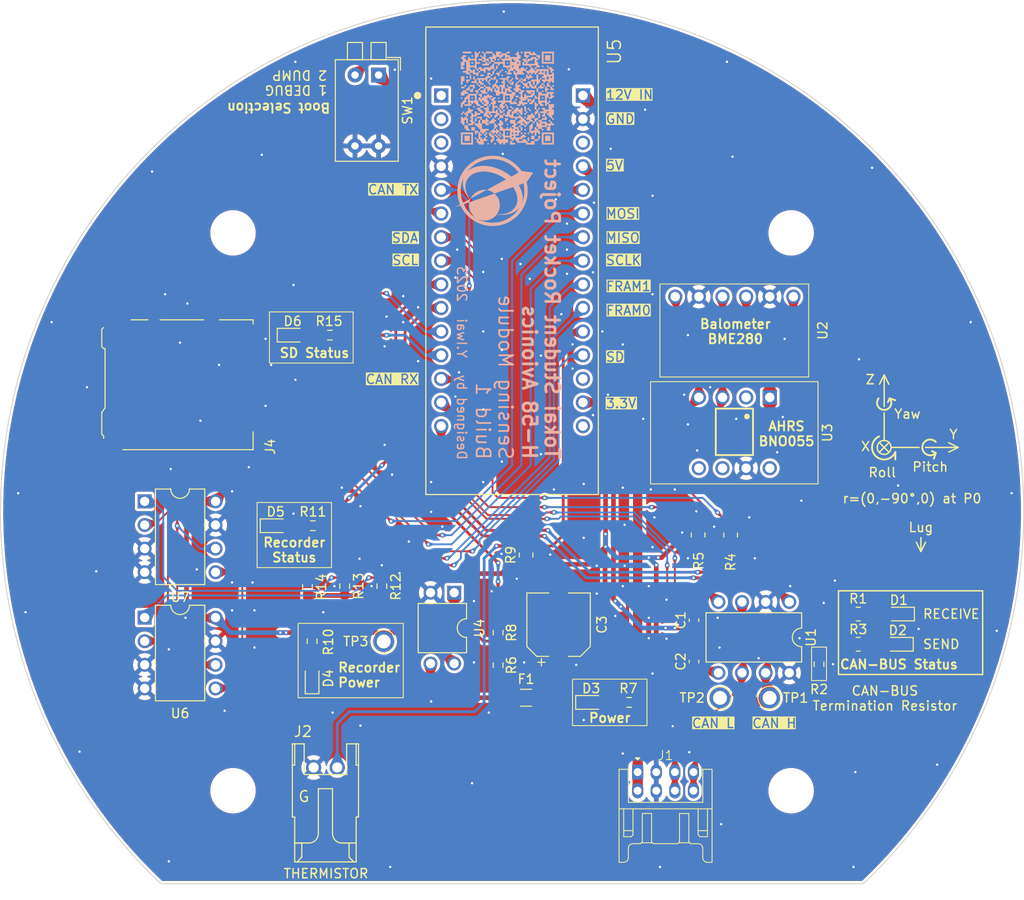
<source format=kicad_pcb>
(kicad_pcb (version 20221018) (generator pcbnew)
  (layers (0 "F.Cu" signal) (31 "B.Cu" signal) (34 "B.Paste" user) (35 "F.Paste" user) (36 "B.SilkS" user "B.Silkscreen") (37 "F.SilkS" user "F.Silkscreen") (38 "B.Mask" user) (39 "F.Mask" user) (44 "Edge.Cuts" user))
  (net 0 "")
  (net 1 "CAN_H")
  (net 2 "GND")
  (net 3 "+5V")
  (net 4 "+3.3V")
  (net 5 "CAN_L")
  (net 6 "CAN_TX")
  (net 7 "CAN_RX")
  (net 8 "+12V")
  (net 9 "Net-(D3-A)")
  (net 10 "Net-(D2-A)")
  (net 14 "Net-(R6-Pad1)")
  (net 15 "Net-(D1-A)")
  (net 18 "THERMISTOR")
  (net 19 "SPI_SCLK")
  (net 20 "SPI_MOSI")
  (net 21 "SPI_MISO")
  (net 22 "SPI_CS_SD")
  (net 23 "SPI_CS_FRAM1")
  (net 24 "SPI_CS_FRAM0")
  (net 25 "Net-(F1-Pad2)")
  (net 26 "Net-(D4-A)")
  (net 27 "MEMORY_POWER_CONTROL")
  (net 28 "MEMORY_POWER")
  (net 29 "I2C_SDA")
  (net 30 "I2C_SCL")
  (net 31 "Net-(D5-A)")
  (net 32 "Net-(D6-A)")
  (net 33 "SD_STATUS")
  (net 34 "CAN_SEND_STATUS")
  (net 35 "CAN_RECEIVE_STATUS")
  (net 41 "RECORD_STATUS")
  (net 42 "SD_CHECK")
  (net 45 "DEBUG_MODE")
  (net 46 "DUMP_MODE")
  (footprint "Resistor_SMD:R_0805_2012Metric_Pad1.20x1.40mm_HandSolder" (layer "F.Cu") (at 185.7125 116)
    (fp_text reference "R1")
    (fp_text value "100Ω")
  )
  (footprint "Resistor_SMD:R_0603_1608Metric_Pad0.98x0.95mm_HandSolder" (layer "F.Cu") (at 130.5 113 90)
    (fp_text reference "R13")
    (fp_text value "4.7kΩ")
  )
  (footprint "Akizuki_BME280_Module:BME280" (layer "F.Cu") (at 180.39 90.5 180)
    (fp_text reference "U2")
    (fp_text value "~")
  )
  (footprint "Package_DIP:DIP-8_W7.62mm" (layer "F.Cu") (at 178.3 114.7 -90)
    (fp_text reference "U1")
    (fp_text value "MCP2562-E-P")
  )
  (footprint "Button_Switch_THT:SW_DIP_SPSTx02_Piano_10.8x6.64mm_W7.62mm_P2.54mm" (layer "F.Cu") (at 134.15 58.024432 -90)
    (fp_text reference "SW1")
    (fp_text value "SW_DIP_x02")
  )
  (footprint "LED_SMD:LED_0603_1608Metric_Pad1.05x0.95mm_HandSolder" (layer "F.Cu") (at 123.0875 106.5)
    (fp_text reference "D5")
    (fp_text value "GREEN")
  )
  (footprint "Resistor_SMD:R_0603_1608Metric_Pad0.98x0.95mm_HandSolder" (layer "F.Cu") (at 161.0875 125.5 180)
    (fp_text reference "R7")
    (fp_text value "2kΩ")
  )
  (footprint "LED_SMD:LED_0603_1608Metric_Pad1.05x0.95mm_HandSolder" (layer "F.Cu") (at 124.9125 86)
    (fp_text reference "D6")
    (fp_text value "GREEN")
  )
  (footprint "Resistor_SMD:R_0603_1608Metric_Pad0.98x0.95mm_HandSolder" (layer "F.Cu") (at 126.5 113.0875 90)
    (fp_text reference "R14")
    (fp_text value "4.7kΩ")
  )
  (footprint "Resistor_SMD:R_0603_1608Metric_Pad0.98x0.95mm_HandSolder" (layer "F.Cu") (at 128.9125 86 180)
    (fp_text reference "R15")
    (fp_text value "300Ω")
  )
  (footprint "Resistor_SMD:R_0603_1608Metric_Pad0.98x0.95mm_HandSolder" (layer "F.Cu") (at 127.0875 106.5 180)
    (fp_text reference "R11")
    (fp_text value "300Ω")
  )
  (footprint "MountingHole:MountingHole_4.5mm" (layer "F.Cu") (at 118.5 75)
    (fp_text reference "REF**" hide)
    (fp_text value "MountingHole_4.5mm" hide)
  )
  (footprint "Connector_Pin:Pin_D1.0mm_L10.0mm" (layer "F.Cu") (at 170.852 125.015432)
    (fp_text reference "TP2")
    (fp_text value "TestPoint")
  )
  (footprint "MountingHole:MountingHole_4.5mm" (layer "F.Cu") (at 118.5 135)
    (fp_text reference "REF**" hide)
    (fp_text value "MountingHole_4.5mm" hide)
  )
  (footprint "Capacitor_SMD:C_0603_1608Metric_Pad1.08x0.95mm_HandSolder" (layer "F.Cu") (at 168.058 116.659932 90)
    (fp_text reference "C1")
    (fp_text value "0.1μF")
  )
  (footprint "LED_SMD:LED_0603_1608Metric_Pad1.05x0.95mm_HandSolder" (layer "F.Cu") (at 189.9625 119.25 180)
    (fp_text reference "D2")
    (fp_text value "ORANGE")
  )
  (footprint "MountingHole:MountingHole_4.5mm" (layer "F.Cu") (at 178.5 135)
    (fp_text reference "REF**" hide)
    (fp_text value "MountingHole_4.5mm" hide)
  )
  (footprint "Resistor_SMD:R_0805_2012Metric_Pad1.20x1.40mm_HandSolder" (layer "F.Cu") (at 185.7125 119.25)
    (fp_text reference "R3")
    (fp_text value "100Ω")
  )
  (footprint "Resistor_SMD:R_0603_1608Metric_Pad0.98x0.95mm_HandSolder" (layer "F.Cu") (at 147 121.5 -90)
    (fp_text reference "R6")
    (fp_text value "120Ω")
  )
  (footprint "MountingHole:MountingHole_4.5mm" (layer "F.Cu") (at 178.5 75)
    (fp_text reference "REF**" hide)
    (fp_text value "MountingHole_4.5mm" hide)
  )
  (footprint "Package_DIP:DIP-4_W7.62mm" (layer "F.Cu") (at 142.275 113.7 -90)
    (fp_text reference "U4")
    (fp_text value "TLP222A")
  )
  (footprint "LED_SMD:LED_0603_1608Metric_Pad1.05x0.95mm_HandSolder" (layer "F.Cu") (at 190.0875 116 180)
    (fp_text reference "D1")
    (fp_text value "ORANGE")
  )
  (footprint "Resistor_SMD:R_0603_1608Metric_Pad0.98x0.95mm_HandSolder" (layer "F.Cu") (at 181.5 121.4 90)
    (fp_text reference "R2")
    (fp_text value "120R1/4W")
  )
  (footprint "Resistor_SMD:R_0805_2012Metric_Pad1.20x1.40mm_HandSolder" (layer "F.Cu") (at 150 109.648432 90)
    (fp_text reference "R9")
    (fp_text value "10kΩ")
  )
  (footprint "Connector_Pin:Pin_D1.0mm_L10.0mm" (layer "F.Cu") (at 134.7 118.949432)
    (fp_text reference "TP3")
    (fp_text value "TestPoint")
  )
  (footprint "Resistor_SMD:R_0805_2012Metric_Pad1.20x1.40mm_HandSolder" (layer "F.Cu") (at 171.995 107.5 90)
    (fp_text reference "R4")
    (fp_text value "10kΩ")
  )
  (footprint "LED_SMD:LED_0603_1608Metric_Pad1.05x0.95mm_HandSolder" (layer "F.Cu") (at 157 125.5)
    (fp_text reference "D3")
    (fp_text value "RED")
  )
  (footprint "Akizuki_BNO055_Module:BNO055" (layer "F.Cu") (at 181.26 96.5 -90)
    (fp_text reference "U3")
    (fp_text value "~")
  )
  (footprint "NUCLEO-F303K8:MODULE_NUCLEO-F303K8" (layer "F.Cu") (at 148.5 78)
    (fp_text reference "U5")
    (fp_text value "NUCLEO-F303K8")
  )
  (footprint "Capacitor_SMD:C_0603_1608Metric_Pad1.08x0.95mm_HandSolder" (layer "F.Cu") (at 168.058 121.104932 90)
    (fp_text reference "C2")
    (fp_text value "0.1μF")
  )
  (footprint "Resistor_SMD:R_0603_1608Metric_Pad0.98x0.95mm_HandSolder" (layer "F.Cu") (at 134.5 113 90)
    (fp_text reference "R12")
    (fp_text value "4.7kΩ")
  )
  (footprint "Package_DIP:DIP-8_W7.62mm" (layer "F.Cu") (at 109 116.38)
    (fp_text reference "U6")
    (fp_text value "MB85RS2MT")
  )
  (footprint "Fuse:Fuse_1206_3216Metric_Pad1.42x1.75mm_HandSolder" (layer "F.Cu") (at 150 125 180)
    (fp_text reference "F1")
    (fp_text value "Polyfuse")
  )
  (footprint "Hirose_Connector:Hirose_DF11B-8DP-2DS" (layer "F.Cu") (at 162 133)
    (fp_text reference "J1")
    (fp_text value "Conn_01x08")
  )
  (footprint "Resistor_SMD:R_0805_2012Metric_Pad1.20x1.40mm_HandSolder" (layer "F.Cu") (at 168.5 107.489432 90)
    (fp_text reference "R5")
    (fp_text value "10kΩ")
  )
  (footprint "Hirose_Connector:Hirose_DF1B" (layer "F.Cu") (at 127.164 132.5)
    (fp_text reference "J2")
    (fp_text value "Conn_01x02_Pin")
  )
  (footprint "LED_SMD:LED_0603_1608Metric_Pad1.05x0.95mm_HandSolder" (layer "F.Cu") (at 127 122.9125 90)
    (fp_text reference "D4")
    (fp_text value "RED")
  )
  (footprint "Capacitor_SMD:CP_Elec_6.3x5.9" (layer "F.Cu") (at 153.5 117.141432 90)
    (fp_text reference "C3")
    (fp_text value "47μF")
  )
  (footprint "Connector_Pin:Pin_D1.0mm_L10.0mm" (layer "F.Cu") (at 176.186 125.015432)
    (fp_text reference "TP1")
    (fp_text value "TestPoint")
  )
  (footprint "Resistor_SMD:R_0603_1608Metric_Pad0.98x0.95mm_HandSolder" (layer "F.Cu") (at 147 118 -90)
    (fp_text reference "R8")
    (fp_text value "120Ω")
  )
  (footprint "Package_DIP:DIP-8_W7.62mm" (layer "F.Cu") (at 109 103.88)
    (fp_text reference "U7")
    (fp_text value "MB85RS2MT")
  )
  (footprint "Resistor_SMD:R_0603_1608Metric_Pad0.98x0.95mm_HandSolder" (layer "F.Cu") (at 127 118.9125 -90)
    (fp_text reference "R10")
    (fp_text value "300Ω")
  )
  (footprint "Connector_Card:microSD_HC_Hirose_DM3AT-SF-PEJM5" (layer "F.Cu") (at 112.775 91.325 -90)
    (fp_text reference "J4")
    (fp_text value "Micro_SD_Card_Det_Hirose_DM3AT")
  )
  (footprint "LOGO" (layer "B.Cu") (at 148 60.5 90)
    (fp_text reference "G***" hide)
    (fp_text value "LOGO" hide)
  )
  (footprint "LOGO" (layer "B.Cu") (at 146.5 70.5 90)
    (fp_text reference "G***" hide)
    (fp_text value "LOGO" hide)
  )
  (gr_line (start 192.45 109.275) (end 191.95 108.275) (stroke (width 0.153)) (layer "F.SilkS"))
  (gr_rect (start 155 123) (end 163 128) (stroke (width 0.1)) (fill none) (layer "F.SilkS"))
  (gr_rect (start 170.4 93.9) (end 174.4 98.9) (stroke (width 0.2)) (fill none) (layer "F.SilkS"))
  (gr_line (start 189.25 98.075) (end 192.251472 98.075) (stroke (width 0.153)) (layer "F.SilkS"))
  (gr_line (start 188.5 97.325) (end 188.5 94.375) (stroke (width 0.153)) (layer "F.SilkS"))
  (gr_arc (start 189.1 92.8) (mid 188.5 94.040261) (end 187.9 92.8) (stroke (width 0.2)) (layer "F.SilkS"))
  (gr_line (start 193.848528 99.275) (end 194.048528 98.675) (stroke (width 0.2)) (layer "F.SilkS"))
  (gr_line (start 188.5 90.275) (end 188 91.275) (stroke (width 0.153)) (layer "F.SilkS"))
  (gr_line (start 193.648528 98.475) (end 194.048528 98.675) (stroke (width 0.2)) (layer "F.SilkS"))
  (gr_rect (start 122.4125 83.5) (end 131.4125 89) (stroke (width 0.1)) (fill none) (layer "F.SilkS"))
  (gr_circle (center 188.5 98.075) (end 189.25 98.075) (stroke (width 0.153)) (fill none) (layer "F.SilkS"))
  (gr_line (start 188.5 90.275) (end 189 91.275) (stroke (width 0.153)) (layer "F.SilkS"))
  (gr_line (start 189.7 98.575) (end 189.7 99.375) (stroke (width 0.2)) (layer "F.SilkS"))
  (gr_rect (start 121.0875 104) (end 129.0875 111) (stroke (width 0.1)) (fill none) (layer "F.SilkS"))
  (gr_line (start 196.448528 98.075) (end 195.448528 97.575) (stroke (width 0.153)) (layer "F.SilkS"))
  (gr_line (start 189.1 92.8) (end 189.7 93) (stroke (width 0.2)) (layer "F.SilkS"))
  (gr_rect (start 180.7 119.549432) (end 182.3 123.149432) (stroke (width 0.1)) (fill none) (layer "F.SilkS"))
  (gr_line (start 188.5 93.675) (end 188.5 90.275) (stroke (width 0.153)) (layer "F.SilkS"))
  (gr_arc (start 189.7 98.575) (mid 187.597658 99.010272) (end 187.954635 96.89327) (stroke (width 0.2)) (layer "F.SilkS"))
  (gr_rect (start 183.5875 113.5) (end 199.0875 122.5) (stroke (width 0.153)) (fill none) (layer "F.SilkS"))
  (gr_circle (center 173.75 94.75) (end 173.95 94.75) (stroke (width 0.2)) (fill solid) (layer "F.SilkS"))
  (gr_line (start 189.1 92.8) (end 188.9 93.2) (stroke (width 0.2)) (layer "F.SilkS"))
  (gr_line (start 196.448528 98.075) (end 195.448528 98.575) (stroke (width 0.153)) (layer "F.SilkS"))
  (gr_line (start 189 97.575) (end 188 98.575) (stroke (width 0.153)) (layer "F.SilkS"))
  (gr_line (start 192.45 107.775) (end 192.45 109.275) (stroke (width 0.153)) (layer "F.SilkS"))
  (gr_rect (start 125.5 117) (end 136.8 125) (stroke (width 0.1)) (fill none) (layer "F.SilkS"))
  (gr_line (start 188 97.575) (end 189 98.575) (stroke (width 0.153)) (layer "F.SilkS"))
  (gr_arc (start 194.048528 98.675) (mid 192.6 98.075) (end 194.048528 97.475) (stroke (width 0.2)) (layer "F.SilkS"))
  (gr_line (start 192.45 109.275) (end 192.95 108.275) (stroke (width 0.153)) (layer "F.SilkS"))
  (gr_line (start 192.948528 98.075) (end 196.448528 98.075) (stroke (width 0.153)) (layer "F.SilkS"))
  (gr_arc locked (start 110.75 145) (mid 148.5 49.999432) (end 186.25 145) (stroke (width 0.1)) (layer "Edge.Cuts"))
  (gr_line locked (start 186.25 145) (end 110.75 145) (stroke (width 0.1)) (layer "Edge.Cuts"))
  (gr_text "Designed by 　Y.Iwai 　2023" (at 142.5 99.5 270) (layer "B.SilkS") (effects (font (size 1 1) (thickness 0.153)) (justify left bottom mirror)))
  (gr_text "Tokai Student Rocket Poject\nH-58 Avionics" (at 149.5 99.5 270) (layer "B.SilkS") (effects (font (size 1.5 1.5) (thickness 0.3) bold) (justify left bottom mirror)))
  (gr_text "Sensing Module\nBuild 1" (at 144.5 99.5 270) (layer "B.SilkS") (effects (font (size 1.5 1.5) (thickness 0.1875)) (justify left bottom mirror)))
  (gr_text "Boot Selection\n" (at 123.4 60.949432 180) (layer "F.SilkS") (effects (font (size 1 1) (thickness 0.2) bold) (justify bottom)))
  (gr_text "SD" (at 158.5 88.349432) (layer "F.SilkS" knockout) (effects (font (size 1 1) (thickness 0.153)) (justify left)))
  (gr_text "CAN TX" (at 138.5 70.349432) (layer "F.SilkS" knockout) (effects (font (size 1 1) (thickness 0.153)) (justify right)))
  (gr_text "Recorder\nPower" (at 129.7 123.949432) (layer "F.SilkS") (effects (font (size 1 1) (thickness 0.2) bold) (justify left bottom)))
  (gr_text "GND" (at 158.5 62.749432) (layer "F.SilkS" knockout) (effects (font (size 1 1) (thickness 0.153)) (justify left)))
  (gr_text "Pitch" (at 193.448528 100.175) (layer "F.SilkS") (effects (font (size 1 1) (thickness 0.153))))
  (gr_text "CAN H" (at 176.694 127.749432) (layer "F.SilkS" knockout) (effects (font (size 1 1) (thickness 0.153))))
  (gr_text "SD Status" (at 123.4125 88.5) (layer "F.SilkS") (effects (font (size 1 1) (thickness 0.2) bold) (justify left bottom)))
  (gr_text "MISO" (at 158.5 75.549432) (layer "F.SilkS" knockout) (effects (font (size 1 1) (thickness 0.153)) (justify left)))
  (gr_text "SDA" (at 138.5 75.549432) (layer "F.SilkS" knockout) (effects (font (size 1 1) (thickness 0.153)) (justify right)))
  (gr_text "SCLK" (at 158.5 77.949432) (layer "F.SilkS" knockout) (effects (font (size 1 1) (thickness 0.153)) (justify left)))
  (gr_text "RECEIVE" (at 192.5875 116) (layer "F.SilkS") (effects (font (size 1 1) (thickness 0.153)) (justify left)))
  (gr_text "AHRS\nBNO055" (at 178 98) (layer "F.SilkS") (effects (font (size 1 1) (thickness 0.2) bold) (justify bottom)))
  (gr_text "MOSI" (at 158.5 72.949432) (layer "F.SilkS" knockout) (effects (font (size 1 1) (thickness 0.153)) (justify left)))
  (gr_text "r=(0,-90°,0) at P0" (at 191.5 103.575) (layer "F.SilkS") (effects (font (size 1 1) (thickness 0.153))))
  (gr_text "CAN L" (at 170.09 127.749432) (layer "F.SilkS" knockout) (effects (font (size 1 1) (thickness 0.153))))
  (gr_text "Balometer\nBME280" (at 172.5 87) (layer "F.SilkS") (effects (font (size 1 1) (thickness 0.2) bold) (justify bottom)))
  (gr_text "SEND" (at 192.5875 119.25) (layer "F.SilkS") (effects (font (size 1 1) (thickness 0.153)) (justify left)))
  (gr_text "Power" (at 159 127.75) (layer "F.SilkS") (effects (font (size 1 1) (thickness 0.2) bold) (justify bottom)))
  (gr_text "Yaw" (at 191 94.475) (layer "F.SilkS") (effects (font (size 1 1) (thickness 0.153))))
  (gr_text "3.3V" (at 158.5 93.349432) (layer "F.SilkS" knockout) (effects (font (size 1 1) (thickness 0.153)) (justify left)))
  (gr_text "Y" (at 195.948528 96.675) (layer "F.SilkS") (effects (font (size 1 1) (thickness 0.153))))
  (gr_text "THERMISTOR" (at 128.5 144.5) (layer "F.SilkS") (effects (font (size 1 1) (thickness 0.153)) (justify bottom)))
  (gr_text "SCL" (at 138.5 77.949432) (layer "F.SilkS" knockout) (effects (font (size 1 1) (thickness 0.153)) (justify right)))
  (gr_text "FRAM1" (at 158.5 80.749432) (layer "F.SilkS" knockout) (effects (font (size 1 1) (thickness 0.153)) (justify left)))
  (gr_text "CAN RX" (at 138.5 90.749432) (layer "F.SilkS" knockout) (effects (font (size 1 1) (thickness 0.153)) (justify right)))
  (gr_text "5V" (at 158.5 67.749432) (layer "F.SilkS" knockout) (effects (font (size 1 1) (thickness 0.153)) (justify left)))
  (gr_text "Recorder\nStatus\n" (at 125.0875 110.5) (layer "F.SilkS") (effects (font (size 1 1) (thickness 0.2) bold) (justify bottom)))
  (gr_text "Lug" (at 192.45 106.675) (layer "F.SilkS") (effects (font (size 1 1) (thickness 0.153))))
  (gr_text "Z" (at 187 90.775) (layer "F.SilkS") (effects (font (size 1 1) (thickness 0.154))))
  (gr_text "Roll" (at 188.3 100.775) (layer "F.SilkS") (effects (font (size 1 1) (thickness 0.153))))
  (gr_text "CAN-BUS Status" (at 190.0875 122) (layer "F.SilkS") (effects (font (size 1 1) (thickness 0.2) bold) (justify bottom)))
  (gr_text "12V IN" (at 158.5 60.149432) (layer "F.SilkS" knockout) (effects (font (size 1 1) (thickness 0.153)) (justify left)))
  (gr_text "FRAM0" (at 158.5 83.349432) (layer "F.SilkS" knockout) (effects (font (size 1 1) (thickness 0.153)) (justify left)))
  (gr_text "CAN-BUS\nTermination Resistor" (at 188.5812 125.066232) (layer "F.SilkS") (effects (font (size 1 1) (thickness 0.153))))
  (gr_text "1 DEBUG\n2 DUMP" (at 128.7 57.449432 180) (layer "F.SilkS") (effects (font (size 1 1) (thickness 0.153)) (justify left bottom)))
  (gr_text "X" (at 186.5 97.975) (layer "F.SilkS") (effects (font (size 1 1) (thickness 0.153))))
  (segment (start 168 133) (end 168 132.049432) (width 0.2) (layer "F.Cu") (net 1))
  (segment (start 175.76 122.32) (end 175.76 121.34) (width 0.2) (layer "F.Cu") (net 1))
  (segment (start 168 132.049432) (end 175.76 124.289432) (width 0.2) (layer "F.Cu") (net 1))
  (segment (start 168 135) (end 168 133) (width 0.2) (layer "F.Cu") (net 1))
  (segment (start 175.76 124.289432) (end 175.76 122.32) (width 0.2) (layer "F.Cu") (net 1))
  (segment (start 180.8125 122.3125) (end 181.5 122.3125) (width 0.2) (layer "F.Cu") (net 1))
  (segment (start 176.7 120.4) (end 178.9 120.4) (width 0.2) (layer "F.Cu") (net 1))
  (segment (start 178.9 120.4) (end 180.8125 122.3125) (width 0.2) (layer "F.Cu") (net 1))
  (segment (start 175.76 121.34) (end 176.7 120.4) (width 0.2) (layer "F.Cu") (net 1))
  (segment (start 163.994 134.994) (end 164 135) (width 0.2) (layer "F.Cu") (net 2))
  (via (at 157.6 110.8) (size 0.51) (drill 0.25) (layers "F.Cu" "B.Cu") (net 2))
  (via (at 179.4 118.6) (size 0.51) (drill 0.25) (layers "F.Cu" "B.Cu") (net 2))
  (via (at 177.6 94.8) (size 0.51) (drill 0.25) (layers "F.Cu" "B.Cu") (net 2))
  (via (at 145.4 85.6) (size 0.51) (drill 0.25) (layers "F.Cu" "B.Cu") (net 2))
  (via (at 163.8 105.6) (size 0.51) (drill 0.25) (layers "F.Cu" "B.Cu") (net 2))
  (via (at 157.6 113.8) (size 0.51) (drill 0.25) (layers "F.Cu" "B.Cu") (net 2))
  (via (at 166 102.6) (size 0.51) (drill 0.25) (layers "F.Cu" "B.Cu") (net 2))
  (via (at 165.1 114.449432) (size 0.51) (drill 0.25) (layers "F.Cu" "B.Cu") (net 2))
  (via (at 135.9 57.449432) (size 0.51) (drill 0.25) (layers "F.Cu" "B.Cu") (net 2))
  (via (at 133.4 113) (size 0.51) (drill 0.25) (layers "F.Cu" "B.Cu") (net 2))
  (via (at 135.6 101) (size 0.51) (drill 0.25) (layers "F.Cu" "B.Cu") (net 2))
  (via (at 156.2 127.4) (size 0.51) (drill 0.25) (layers "F.Cu" "B.Cu") (net 2))
  (via (at 136.4 111.6) (size 0.51) (drill 0.25) (layers "F.Cu" "B.Cu") (net 2))
  (via (at 138.4 76) (size 0.51) (drill 0.25) (layers "F.Cu" "B.Cu") (net 2))
  (via (at 134.5 110.749432) (size 0.51) (drill 0.25) (layers "F.Cu" "B.Cu") (net 2))
  (via (at 103.8 111.4) (size 0.51) (drill 0.25) (layers "F.Cu" "B.Cu") (net 2))
  (via (at 147.4 99.6) (size 0.51) (drill 0.25) (layers "F.Cu" "B.Cu") (net 2))
  (via (at 163.6 108.8) (size 0.51) (drill 0.25) (layers "F.Cu" "B.Cu") (net 2))
  (via (at 142.4 79.8) (size 0.51) (drill 0.25) (layers "F.Cu" "B.Cu") (net 2))
  (via (at 155.4 121.459432) (size 0.51) (drill 0.25) (layers "F.Cu" "B.Cu") (net 2))
  (via (at 158.2 85.6) (size 0.51) (drill 0.25) (layers "F.Cu" "B.Cu") (net 2))
  (via (at 164.4 143.2) (size 0.51) (drill 0.25) (layers "F.Cu" "B.Cu") (net 2))
  (via (at 170.6 116.4) (size 0.51) (drill 0.25) (layers "F.Cu" "B.Cu") (net 2))
  (via (at 165.772 128.063432) (size 0.51) (drill 0.25) (layers "F.Cu" "B.Cu") (net 2))
  (via (at 156.2 107.8) (size 0.51) (drill 0.25) (layers "F.Cu" "B.Cu") (net 2))
  (via (at 169.8 91.6) (size 0.51) (drill 0.25) (layers "F.Cu" "B.Cu") (net 2))
  (via (at 122 86.4) (size 0.51) (drill 0.25) (layers "F.Cu" "B.Cu") (net 2))
  (via (at 95.4 103) (size 0.51) (drill 0.25) (layers "F.Cu" "B.Cu") (net 2))
  (via (at 146 126.6) (size 0.51) (drill 0.25) (layers "F.Cu" "B.Cu") (net 2))
  (via (at 170.979 138.604432) (size 0.51) (drill 0.25) (layers "F.Cu" "B.Cu") (net 2))
  (via (at 167.4 110) (size 0.51) (drill 0.25) (layers "F.Cu" "B.Cu") (net 2))
  (via (at 135 84) (size 0.51) (drill 0.25) (layers "F.Cu" "B.Cu") (net 2))
  (via (at 111.6 142.6) (size 0.51) (drill 0.25) (layers "F.Cu" "B.Cu") (net 2))
  (via (at 142.6 76.8) (size 0.51) (drill 0.25) (layers "F.Cu" "B.Cu") (net 2))
  (via (at 147.5 66.5) (size 0.51) (drill 0.25) (layers "F.Cu" "B.Cu") (net 2))
  (via (at 132.2 104.4) (size 0.51) (drill 0.25) (layers "F.Cu" "B.Cu") (net 2))
  (via (at 170.8 119.6) (size 0.51) (drill 0.25) (layers "F.Cu" "B.Cu") (net 2))
  (via (at 113.4 116.4) (size 0.51) (drill 0.25) (layers "F.Cu" "B.Cu") (net 2))
  (via (at 159.1 65.949432) (size 0.51) (drill 0.25) (layers "F.Cu" "B.Cu") (net 2))
  (via (at 129.4 113) (size 0.51) (drill 0.25) (layers "F.Cu" "B.Cu") (net 2))
  (via (at 174.6 110) (size 0.51) (drill 0.25) (layers "F.Cu" "B.Cu") (net 2))
  (via (at 122.6 89.2) (size 0.51) (drill 0.25) (layers "F.Cu" "B.Cu") (net 2))
  (via (at 153.2 71.4) (size 0.51) (drill 0.25) (layers "F.Cu" "B.Cu") (net 2))
  (via (at 145.4 94) (size 0.51) (drill 0.25) (layers "F.Cu" "B.Cu") (net 2))
  (via (at 149 112.2) (size 0.51) (drill 0.25) (layers "F.Cu" "B.Cu") (net 2))
  (via (at 183 121.4) (size 0.51) (drill 0.25) (layers "F.Cu" "B.Cu") (net 2))
  (via (at 157.3 71.749432) (size 0.51) (drill 0.25) (layers "F.Cu" "B.Cu") (net 2))
  (via (at 147.4 87.6) (size 0.51) (drill 0.25) (layers "F.Cu" "B.Cu") (net 2))
  (via (at 142.4 92.6) (size 0.51) (drill 0.25) (layers "F.Cu" "B.Cu") (net 2))
  (via (at 163.2 113) (size 0.51) (drill 0.25) (layers "F.Cu" "B.Cu") (net 2))
  (via (at 174 105.6) (size 0.51) (drill 0.25) (layers "F.Cu" "B.Cu") (net 2))
  (via (at 185.8 88.6) (size 0.51) (drill 0.25) (layers "F.Cu" "B.Cu") (net 2))
  (via (at 120.8 115.6) (size 0.51) (drill 0.25) (layers "F.Cu" "B.Cu") (net 2))
  (via (at 190 102.175) (size 0.51) (drill 0.25) (layers "F.Cu" "B.Cu") (net 2))
  (via (at 163.6 122.4) (size 0.51) (drill 0.25) (layers "F.Cu" "B.Cu") (net 2))
  (via (at 118.4 115.6) (size 0.51) (drill 0.25) (layers "F.Cu" "B.Cu") (net 2))
  (via (at 137.4 108.2) (size 0.51) (drill 0.25) (layers "F.Cu" "B.Cu") (net 2))
  (via (at 152.6 109.6) (size 0.51) (drill 0.25) (layers "F.Cu" "B.Cu") (net 2))
  (via (at 170.217 106.600432) (size 0.51) (drill 0.25) (layers "F.Cu" "B.Cu") (net 2))
  (via (at 117 89.2) (size 0.51) (drill 0.25) (layers "F.Cu" "B.Cu") (net 2))
  (via (at 154.4 76.8) (size 0.51) (drill 0.25) (layers "F.Cu" "B.Cu") (net 2))
  (via (at 163.6 71) (size 0.51) (drill 0.25) (layers "F.Cu" "B.Cu") (net 2))
  (via (at 175 120.749432) (size 0.51) (drill 0.25) (layers "F.Cu" "B.Cu") (net 2))
  (via (at 111.6 119.8) (size 0.51) (drill 0.25) (layers "F.Cu" "B.Cu") (net 2))
  (via (at 160.4 102.4) (size 0.51) (drill 0.25) (layers "F.Cu" "B.Cu") (net 2))
  (via (at 160.4 131) (size 0.51) (drill 0.25) (layers "F.Cu" "B.Cu") (net 2))
  (via (at 141 106.6) (size 0.51) (drill 0.25) (layers "F.Cu" "B.Cu") (net 2))
  (via (at 150.4 79.949432) (size 0.51) (drill 0.25) (layers "F.Cu" "B.Cu") (net 2))
  (via (at 163.6 81.6) (size 0.51) (drill 0.25) (layers "F.Cu" "B.Cu") (net 2))
  (via (at 154.4 74) (size 0.51) (drill 0.25) (layers "F.Cu" "B.Cu") (net 2))
  (via (at 154.4 79.4) (size 0.51) (drill 0.25) (layers "F.Cu" "B.Cu") (net 2))
  (via (at 159.6 116.2) (size 0.51) (drill 0.25) (layers "F.Cu" "B.Cu") (net 2))
  (via (at 167.4 86) (size 0.51) (drill 0.25) (layers "F.Cu" "B.Cu") (net 2))
  (via (at 149.4 78.349432) (size 0.51) (drill 0.25) (layers "F.Cu" "B.Cu") (net 2))
  (via (at 121.6 66.6) (size 0.51) (drill 0.25) (layers "F.Cu" "B.Cu") (net 2))
  (via (at 139.8 125.4) (size 0.51) (drill 0.25) (layers "F.Cu" "B.Cu") (net 2))
  (via (at 111.8 100.4) (size 0.51) (drill 0.25) (layers "F.Cu" "B.Cu") (net 2))
  (via (at 118.4 102.8) (size 0.51) (drill 0.25) (layers "F.Cu" "B.Cu") (net 2))
  (via (at 166.788 107.235432) (size 0.51) (drill 0.25) (layers "F.Cu" "B.Cu") (net 2))
  (via (at 113.6 82.6) (size 0.51) (drill 0.25) (layers "F.Cu" "B.Cu") (net 2))
  (via (at 160.4 113) (size 0.51) (drill 0.25) (layers "F.Cu" "B.Cu") (net 2))
  (via (at 139.8 58.4) (size 0.51) (drill 0.25) (layers "F.Cu" "B.Cu") (net 2))
  (via (at 136.8 84.6) (size 0.51) (drill 0.25) (layers "F.Cu" "B.Cu") (net 2))
  (via (at 167.55 130.857432) (size 0.51) (drill 0.25) (layers "F.Cu" "B.Cu") (net 2))
  (via (at 153 102.6) (size 0.51) (drill 0.25) (layers "F.Cu" "B.Cu") (net 2))
  (via (at 149.8 121.2) (size 0.51) (drill 0.25) (layers "F.Cu" "B.Cu") (net 2))
  (via (at 118.4 112.6) (size 0.51) (drill 0.25) (layers "F.Cu" "B.Cu") (net 2))
  (via (at 112.8 86.8) (size 0.51) (drill 0.25) (layers "F.Cu" "B.Cu") (net 2))
  (via (at 174.8 86.4) (size 0.51) (drill 0.25) (layers "F.Cu" "B.Cu") (net 2))
  (via (at 147.4 77.8) (size 0.51) (drill 0.25) (layers "F.Cu" "B.Cu") (net 2))
  (via (at 146.3 113.549432) (size 0.51) (drill 0.25) (layers "F.Cu" "B.Cu") (net 2))
  (via (at 132.2 128) (size 0.51) (drill 0.25) (layers "F.Cu" "B.Cu") (net 2))
  (via (at 153.8 83.749432) (size 0.51) (drill 0.25) (layers "F.Cu" "B.Cu") (net 2))
  (via (at 122 93.6) (size 0.51) (drill 0.25) (layers "F.Cu" "B.Cu") (net 2))
  (via (at 125.2 56.6) (size 0.51) (drill 0.25) (layers "F.Cu" "B.Cu") (net 2))
  (via (at 111.2 81.6) (size 0.51) (drill 0.25) (layers "F.Cu" "B.Cu") (net 2))
  (via (at 139.8 105) (size 0.51) (drill 0.25) (layers "F.Cu" "B.Cu") (net 2))
  (via (at 183.2 112.4) (size 0.51) (drill 0.25) (layers "F.Cu" "B.Cu") (net 2))
  (via (at 179.6 103.8) (size 0.51) (drill 0.25) (layers "F.Cu" "B.Cu") (net 2))
  (via (at 157.2 79.249432) (size 0.51) (drill 0.25) (layers "F.Cu" "B.Cu") (net 2))
  (via (at 160.4 87) (size 0.51) (drill 0.25) (layers "F.Cu" "B.Cu") (net 2))
  (via (at 177.8 86.4) (size 0.51) (drill 0.25) (layers "F.Cu" "B.Cu") (net 2))
  (via (at 102 130.8) (size 0.51) (drill 0.25) (layers "F.Cu" "B.Cu") (net 2))
  (via (at 154.6 57.4) (size 0.51) (drill 0.25) (layers "F.Cu" "B.Cu") (net 2))
  (via (at 144.2 134.2) (size 0.51) (drill 0.25) (layers "F.Cu" "B.Cu") (net 2))
  (via (at 130.2 102.4) (size 0.51) (drill 0.25) (layers "F.Cu" "B.Cu") (net 2))
  (via (at 194.2 132.2) (size 0.51) (drill 0.25) (layers "F.Cu" "B.Cu") (net 2))
  (via (at 160.6 110.8) (size 0.51) (drill 0.25) (layers "F.Cu" "B.Cu") (net 2))
  (via (at 134.8 97.8) (size 0.51) (drill 0.25) (layers "F.Cu" "B.Cu") (net 2))
  (via (at 167 92.4) (size 0.51) (drill 0.25) (layers "F.Cu" "B.Cu") (net 2))
  (via (at 163.2 116.4) (size 0.51) (drill 0.25) (layers "F.Cu" "B.Cu") (net 2))
  (via (at 132.1 110.049432) (size 0.51) (drill 0.25) (layers "F.Cu" "B.Cu") (net 2))
  (via (at 147.357 109.521432) (size 0.51) (drill 0.25) (layers "F.Cu" "B.Cu") (net 2))
  (via (at 102.8 91.6) (size 0.51) (drill 0.25) (layers "F.Cu" "B.Cu") (net 2))
  (via (at 155 87) (size 0.51) (drill 0.25) (layers "F.Cu" "B.Cu") (net 2))
  (via (at 151.6 98.8) (size 0.51) (drill 0.25) (layers "F.Cu" "B.Cu") (net 2))
  (via (at 151.6 88.2) (size 0.51) (drill 0.25) (layers "F.Cu" "B.Cu") (net 2))
  (via (at 139.8 101.8) (size 0.51) (drill 0.25) (layers "F.Cu" "B.Cu") (net 2))
  (via (at 167.4 95.6) (size 0.51) (drill 0.25) (layers "F.Cu" "B.Cu") (net 2))
  (via (at 142.8 90) (size 0.51) (drill 0.25) (layers "F.Cu" "B.Cu") (net 2))
  (via (at 163.2 118.6) (size 0.51) (drill 0.25) (layers "F.Cu" "B.Cu") (net 2))
  (via (at 172.2 66.8) (size 0.51) (drill 0.25) (layers "F.Cu" "B.Cu") (net 2))
  (via (at 144.4 114.6) (size 0.51) (drill 0.25) (layers "F.Cu" "B.Cu") (net 2))
  (via (at 96.2 115.8) (size 0.51) (drill 0.25) (layers "F.Cu" "B.Cu") (net 2))
  (via (at 109.8 68.4) (size 0.51) (drill 0.25) (layers "F.Cu" "B.Cu") (net 2))
  (via (at 129.2 126.6) (size 0.51) (drill 0.25) (layers "F.Cu" "B.Cu") (net 2))
  (via (at 163.4 102.6) (size 0.51) (drill 0.25) (layers "F.Cu" "B.Cu") (net 2))
  (via (at 162.6 95) (size 0.51) (drill 0.25) (layers "F.Cu" "B.Cu") (net 2))
  (via (at 144.4 121.2) (size 0.51) (drill 0.25) (layers "F.Cu" "B.Cu") (net 2))
  (via (at 200.6 117.8) (size 0.51) (drill 0.25) (layers "F.Cu" "B.Cu") (net 2))
  (via (at 135.4 143.2) (size 0.51) (drill 0.25) (layers "F.Cu" "B.Cu") (net 2))
  (via (at 145.4 79.2) (size 0.51) (drill 0.25) (layers "F.Cu" "B.Cu") (net 2))
  (via (at 136.8 81.8) (size 0.51) (drill 0.25) (layers "F.Cu" "B.Cu") (net 2))
  (via (at 145.4 101.8) (size 0.51) (drill 0.25) (layers "F.Cu" "B.Cu") (net 2))
  (via (at 125 80.6) (size 0.51) (drill 0.25) (layers "F.Cu" "B.Cu") (net 2))
  (via (at 197.8 84.6) (size 0.51) (drill 0.25) (layers "F.Cu" "B.Cu") (net 2))
  (via (at 114.6 111.2) (size 0.51) (drill 0.25) (layers "F.Cu" "B.Cu") (net 2))
  (via (at 117.6 126.4) (size 0.51) (drill 0.25) (layers "F.Cu" "B.Cu") (net 2))
  (via (at 185.2 143.2) (size 0.51) (drill 0.25) (layers "F.Cu" "B.Cu") (net 2))
  (via (at 168.4 98.4) (size 0.51) (drill 0.25) (layers "F.Cu" "B.Cu") (net 2))
  (via (at 120.6 112.6) (size 0.51) (drill 0.25) (layers "F.Cu" "B.Cu") (net 2))
  (via (at 125 105.2) (size 0.51) (drill 0.25) (layers "F.Cu" "B.Cu") (net 2))
  (via (at 155 89.6) (size 0.51) (drill 0.25) (layers "F.Cu" "B.Cu") (net 2))
  (via (at 202.2 103) (size 0.51) (drill 0.25) (layers "F.Cu" "B.Cu") (net 2))
  (via (at 171.6 56.6) (size 0.51) (drill 0.25) (layers "F.Cu" "B.Cu") (net 2))
  (via (at 168.312 104.949432) (size 0.51) (drill 0.25) (layers "F.Cu" "B.Cu") (net 2))
  (via (at 187.2 68) (size 0.51) (drill 0.25) (layers "F.Cu" "B.Cu") (net 2))
  (via (at 120.8 119.6) (size 0.51) (drill 0.25) (layers "F.Cu" "B.Cu") (net 2))
  (via (at 192.2 117.6) (size 0.51) (drill 0.25) (layers "F.Cu" "B.Cu") (net 2))
  (via (at 157.2 94.6) (size 0.51) (drill 0.25) (layers "F.Cu" "B.Cu") (net 2))
  (via (at 165.1 118.649432) (size 0.51) (drill 0.25) (layers "F.Cu" "B.Cu") (net 2))
  (via (at 185.4 133) (size 0.51) (drill 0.25) (layers "F.Cu" "B.Cu") (net 2))
  (via (at 120.2 100.2) (size 0.51) (drill 0.25) (layers "F.Cu" "B.Cu") (net 2))
  (via (at 178.4 113) (size 0.51) (drill 0.25) (layers "F.Cu" "B.Cu") (net 2))
  (via (at 182 114.8) (size 0.51) (drill 0.25) (layers "F.Cu" "B.Cu") (net 2))
  (via (at 162.8 61.749432) (size 0.51) (drill 0.25) (layers "F.Cu" "B.Cu") (net 2))
  (via (at 99 84.6) (size 0.51) (drill 0.25) (layers "F.Cu" "B.Cu") (net 2))
  (via (at 125.2 90.8) (size 0.51) (drill 0.25) (layers "F.Cu" "B.Cu") (net 2))
  (via (at 138.4 83) (size 0.51) (drill 0.25) (layers "F.Cu" "B.Cu") (net 2))
  (via (at 158.8 92.4) (size 0.51) (drill 0.25) (layers "F.Cu" "B.Cu") (net 2))
  (via (at 172.6 95) (size 0.51) (drill 0.25) (layers "F.Cu" "B.Cu") (net 2))
  (via (at 177 98.6) (size 0.51) (drill 0.25) (layers "F.Cu" "B.Cu") (net 2))
  (via (at 138.4 88.8) (size 0.51) (drill 0.25) (layers "F.Cu" "B.Cu") (net 2))
  (via (at 134.8 87.2) (size 0.51) (drill 0.25) (layers "F.Cu" "B.Cu") (net 2))
  (via (at 115 95.2) (size 0.51) (drill 0.25) (layers "F.Cu" "B.Cu") (net 2))
  (via (at 160.6 106.4) (size 0.51) (drill 0.25) (layers "F.Cu" "B.Cu") (net 2))
  (via (at 128.2 115.8) (size 0.51) (drill 0.25) (layers "F.Cu" "B.Cu") (net 2))
  (via (at 147.6 51.2) (size 0.51) (drill 0.25) (layers "F.Cu" "B.Cu") (net 2))
  (via (at 156.2 102) (size 0.51) (drill 0.25) (layers "F.Cu" "B.Cu") (net 2))
  (segment (start 173.22 116.28) (end 173.22 114.7) (width 0.5) (layer "F.Cu") (net 3))
  (segment (start 159.4 101.4) (end 160 100.8) (width 0.5) (layer "F.Cu") (net 3))
  (segment (start 160 88.6) (end 159.2 87.8) (width 0.5) (layer "F.Cu") (net 3))
  (segment (start 167.5 117.5375) (end 171.9625 117.5375) (width 0.5) (layer "F.Cu") (net 3))
  (segment (start 159.2 87.8) (end 159.2 70.92) (width 0.5) (layer "F.Cu") (net 3))
  (segment (start 165 117.5) (end 167.4625 117.5) (width 0.5) (layer "F.Cu") (net 3))
  (segment (start 159.4 114.4) (end 159.4 101.4) (width 0.5) (layer "F.Cu") (net 3))
  (segment (start 160 100.8) (end 160 88.6) (width 0.5) (layer "F.Cu") (net 3))
  (segment (start 171.9625 117.5375) (end 173.22 116.28) (width 0.5) (layer "F.Cu") (net 3))
  (segment (start 159.6 114.6) (end 159.4 114.4) (width 0.5) (layer "F.Cu") (net 3))
  (segment (start 159.6 114.6) (end 160.2 115.2) (width 0.5) (layer "F.Cu") (net 3))
  (segment (start 159.2 70.92) (end 156.12 67.84) (width 0.5) (layer "F.Cu") (net 3))
  (via (at 160.2 115.2) (size 0.51) (drill 0.25) (layers "F.Cu" "B.Cu") (net 3))
  (via (at 166 117.5) (size 0.51) (drill 0.25) (layers "F.Cu" "B.Cu") (net 3))
  (via (at 165 117.5) (size 0.51) (drill 0.25) (layers "F.Cu" "B.Cu") (net 3))
  (via (at 159.6 114.6) (size 0.51) (drill 0.25) (layers "F.Cu" "B.Cu") (net 3))
  (segment (start 159.6 114.6) (end 162.5 117.5) (width 0.5) (layer "B.Cu") (net 3))
  (segment (start 162.5 117.5) (end 165 117.5) (width 0.5) (layer "B.Cu") (net 3))
  (segment (start 166 117.5) (end 165 117.5) (width 0.5) (layer "B.Cu") (net 3))
  (segment (start 156.55 118.95) (end 153.5 118.95) (width 0.5) (layer "F.Cu") (net 4))
  (segment (start 158.55 101.05) (end 159.2 100.4) (width 0.5) (layer "F.Cu") (net 4))
  (segment (start 151.4875 120.0125) (end 151.4875 125) (width 0.5) (layer "F.Cu") (net 4))
  (segment (start 164 110.7245) (end 164 120.5375) (width 0.5) (layer "F.Cu") (net 4))
  (segment (start 167.5 122.0375) (end 170.3975 122.0375) (width 0.5) (layer "F.Cu") (net 4))
  (segment (start 159.2 100.4) (end 159.2 94.6) (width 0.5) (layer "F.Cu") (net 4))
  (segment (start 158.55 108.75) (end 158.5 108.8) (width 0.5) (layer "F.Cu") (net 4))
  (segment (start 147.352082 111.65) (end 137.85 111.65) (width 0.5) (layer "F.Cu") (net 4))
  (segment (start 157.84 93.24) (end 156.12 93.24) (width 0.5) (layer "F.Cu") (net 4))
  (segment (start 163.201 109.9255) (end 164.5745 109.9255) (width 0.5) (layer "F.Cu") (net 4))
  (segment (start 164 120.5375) (end 165.5 122.0375) (width 0.5) (layer "F.Cu") (net 4))
  (segment (start 159.2 94.6) (end 157.84 93.24) (width 0.5) (layer "F.Cu") (net 4))
  (segment (start 176.2 85.81) (end 173.66 83.27) (width 0.5) (layer "F.Cu") (net 4))
  (segment (start 135.5 114) (end 126.5 114) (width 0.5) (layer "F.Cu") (net 4))
  (segment (start 153.5 118.95) (end 152.55 118.95) (width 0.5) (layer "F.Cu") (net 4))
  (segment (start 178.4 102.8) (end 178.4 97.4) (width 0.5) (layer "F.Cu") (net 4))
  (segment (start 165.5 122.0375) (end 167.5 122.0375) (width 0.5) (layer "F.Cu") (net 4))
  (segment (start 176.2 85.81) (end 178.74 83.27) (width 0.5) (layer "F.Cu") (net 4))
  (segment (start 152.55 118.95) (end 151.4875 120.0125) (width 0.5) (layer "F.Cu") (net 4))
  (segment (start 137.85 111.65) (end 135.5 114) (width 0.5) (layer "F.Cu") (net 4))
  (segment (start 176.2 92.69) (end 176.2 85.81) (width 0.5) (layer "F.Cu") (net 4))
  (segment (start 158.55 108.75) (end 156.651568 110.648432) (width 0.5) (layer "F.Cu") (net 4))
  (segment (start 158.5 108.8) (end 158.5 117) (width 0.5) (layer "F.Cu") (net 4))
  (segment (start 158.5 117) (end 156.55 118.95) (width 0.5) (layer "F.Cu") (net 4))
  (segment (start 172.7 108.5) (end 178.4 102.8) (width 0.5) (layer "F.Cu") (net 4))
  (segment (start 158.55 108.75) (end 158.55 107.4) (width 0.5) (layer "F.Cu") (net 4))
  (segment (start 176.2 95.2) (end 176.2 92.69) (width 0.5) (layer "F.Cu") (net 4))
  (segment (start 178.4 97.4) (end 176.2 95.2) (width 0.5) (layer "F.Cu") (net 4))
  (segment (start 166 108.5) (end 172.7 108.5) (width 0.5) (layer "F.Cu") (net 4))
  (segment (start 164.5745 109.9255) (end 166 108.5) (width 0.5) (layer "F.Cu") (net 4))
  (segment (start 148.35365 110.648432) (end 147.352082 111.65) (width 0.5) (layer "F.Cu") (net 4))
  (segment (start 178.74 83.27) (end 178.74 81.859) (width 0.5) (layer "F.Cu") (net 4))
  (segment (start 173.66 83.27) (end 173.66 81.859) (width 0.5) (layer "F.Cu") (net 4))
  (segment (start 158.55 108.75) (end 158.55 101.05) (width 0.5) (layer "F.Cu") (net 4))
  (segment (start 156.651568 110.648432) (end 148.35365 110.648432) (width 0.5) (layer "F.Cu") (net 4))
  (via (at 163.201 109.9255) (size 0.51) (drill 0.25) (layers "F.Cu" "B.Cu") (net 4))
  (via (at 164 110.7245) (size 0.51) (drill 0.25) (layers "F.Cu" "B.Cu") (net 4))
  (via (at 158.55 107.4) (size 0.51) (drill 0.25) (layers "F.Cu" "B.Cu") (net 4))
  (via (at 158.55 108.75) (size 0.51) (drill 0.25) (layers "F.Cu" "B.Cu") (net 4))
  (via (at 164.2 109.9255) (size 0.51) (drill 0.25) (layers "F.Cu" "B.Cu") (net 4))
  (segment (start 159.7255 109.9255) (end 163.201 109.9255) (width 0.5) (layer "B.Cu") (net 4))
  (segment (start 163.201 109.9255) (end 164.2 109.9255) (width 0.5) (layer "B.Cu") (net 4))
  (segment (start 158.55 108.75) (end 159.7255 109.9255) (width 0.5) (layer "B.Cu") (net 4))
  (segment (start 158.55 108.75) (end 158.55 107.4) (width 0.5) (layer "B.Cu") (net 4))
  (segment (start 164 110.7245) (end 163.201 109.9255) (width 0.5) (layer "B.Cu") (net 4))
  (segment (start 166 135) (end 166 133) (width 0.2) (layer "F.Cu") (net 5))
  (segment (start 173.22 122.32) (end 173.22 123.629432) (width 0.2) (layer "F.Cu") (net 5))
  (segment (start 181.0125 120) (end 174.4 120) (width 0.2) (layer "F.Cu") (net 5))
  (segment (start 173.22 123.629432) (end 167.749432 129.1) (width 0.2) (layer "F.Cu") (net 5))
  (segment (start 166 130.849432) (end 167.749432 129.1) (width 0.2) (layer "F.Cu") (net 5))
  (segment (start 181.5 120.4875) (end 181.0125 120) (width 0.2) (layer "F.Cu") (net 5))
  (segment (start 174.4 120) (end 173.22 121.18) (width 0.2) (layer "F.Cu") (net 5))
  (segment (start 166 133) (end 166 130.849432) (width 0.2) (layer "F.Cu") (net 5))
  (segment (start 173.22 121.18) (end 173.22 122.32) (width 0.2) (layer "F.Cu") (net 5))
  (segment (start 166 112.934314) (end 166.165686 113.1) (width 0.2) (layer "F.Cu") (net 6))
  (segment (start 152.152664 105.062447) (end 151.865111 105.35) (width 0.2) (layer "F.Cu") (net 6))
  (segment (start 145.915686 105.35) (end 143.9 103.334314) (width 0.2) (layer "F.Cu") (net 6))
  (segment (start 152.997046 105.062447) (end 152.152664 105.062447) (width 0.2) (layer "F.Cu") (net 6))
  (segment (start 176.7 113.1) (end 178.3 114.7) (width 0.2) (layer "F.Cu") (net 6))
  (segment (start 151.865111 105.35) (end 145.915686 105.35) (width 0.2) (layer "F.Cu") (net 6))
  (segment (start 143.9 103.334314) (end 143.9 80.7) (width 0.2) (layer "F.Cu") (net 6))
  (segment (start 166 110) (end 166 112.934314) (width 0.2) (layer "F.Cu") (net 6))
  (segment (start 166.165686 113.1) (end 176.7 113.1) (width 0.2) (layer "F.Cu") (net 6))
  (via (at 152.997046 105.062447) (size 0.51) (drill 0.25) (layers "F.Cu" "B.Cu") (net 6))
  (via (at 143.9 80.7) (size 0.51) (drill 0.25) (layers "F.Cu" "B.Cu") (net 6))
  (via (at 166 110) (size 0.51) (drill 0.25) (layers "F.Cu" "B.Cu") (net 6))
  (segment (start 143.9 80.7) (end 143.9 71.7) (width 0.2) (layer "B.Cu") (net 6))
  (segment (start 166 110) (end 166 109.434314) (width 0.2) (layer "B.Cu") (net 6))
  (segment (start 153.009599 105.075) (end 152.997046 105.062447) (width 0.2) (layer "B.Cu") (net 6))
  (segment (start 166 109.434314) (end 161.640686 105.075) (width 0.2) (layer "B.Cu") (net 6))
  (segment (start 143.9 71.7) (end 142.58 70.38) (width 0.2) (layer "B.Cu") (net 6))
  (segment (start 161.640686 105.075) (end 153.009599 105.075) (width 0.2) (layer "B.Cu") (net 6))
  (segment (start 142.58 70.38) (end 140.88 70.38) (width 0.2) (layer "B.Cu") (net 6))
  (segment (start 165.177442 110.750018) (end 165.177442 112.677442) (width 0.2) (layer "F.Cu") (net 7))
  (segment (start 142.2 90.7) (end 140.88 90.7) (width 0.2) (layer "F.Cu") (net 7))
  (segment (start 143.5 92) (end 142.2 90.7) (width 0.2) (layer "F.Cu") (net 7))
  (segment (start 165.177442 112.677442) (end 166 113.5) (width 0.2) (layer "F.Cu") (net 7))
  (segment (start 143.5 103.499999) (end 143.5 92) (width 0.2) (layer "F.Cu") (net 7))
  (segment (start 169.48 113.5) (end 170.68 114.7) (width 0.2) (layer "F.Cu") (net 7))
  (segment (start 145.750001 105.75) (end 143.5 103.499999) (width 0.2) (layer "F.Cu") (net 7))
  (segment (start 152.25 105.75) (end 145.750001 105.75) (width 0.2) (layer "F.Cu") (net 7))
  (segment (start 166 113.5) (end 169.48 113.5) (width 0.2) (layer "F.Cu") (net 7))
  (via (at 165.177442 110.750018) (size 0.51) (drill 0.25) (layers "F.Cu" "B.Cu") (net 7))
  (via (at 152.25 105.75) (size 0.51) (drill 0.25) (layers "F.Cu" "B.Cu") (net 7))
  (segment (start 165.177442 110.750018) (end 165.177442 109.177442) (width 0.2) (layer "B.Cu") (net 7))
  (segment (start 153.75 105.5) (end 153.5 105.75) (width 0.2) (layer "B.Cu") (net 7))
  (segment (start 153.5 105.75) (end 152.25 105.75) (width 0.2) (layer "B.Cu") (net 7))
  (segment (start 165.177442 109.177442) (end 161.5 105.5) (width 0.2) (layer "B.Cu") (net 7))
  (segment (start 161.5 105.5) (end 153.75 105.5) (width 0.2) (layer "B.Cu") (net 7))
  (segment (start 162 66.1) (end 156.12 60.22) (width 1) (layer "F.Cu") (net 8))
  (segment (start 162 88) (end 162 66.1) (width 1) (layer "F.Cu") (net 8))
  (segment (start 162 125.5) (end 162 101.6) (width 1) (layer "F.Cu") (net 8))
  (segment (start 161.17 88.83) (end 162 88) (width 1) (layer "F.Cu") (net 8))
  (segment (start 161.17 100.77) (end 161.17 88.83) (width 1) (layer "F.Cu") (net 8))
  (segment (start 162 133) (end 162 135) (width 1) (layer "F.Cu") (net 8))
  (segment (start 162 133) (end 162 125.5) (width 1) (layer "F.Cu") (net 8))
  (segment (start 162 101.6) (end 161.17 100.77) (width 1) (layer "F.Cu") (net 8))
  (segment (start 157.875 125.5) (end 160.175 125.5) (width 0.3) (layer "F.Cu") (net 9))
  (segment (start 186.7125 119.25) (end 189.0875 119.25) (width 0.3) (layer "F.Cu") (net 10))
  (segment (start 142.275 113.7) (end 142.275 115.775) (width 0.3) (layer "F.Cu") (net 14))
  (segment (start 147 120.5875) (end 147 118.9125) (width 0.3) (layer "F.Cu") (net 14))
  (segment (start 145.4125 118.9125) (end 147 118.9125) (width 0.3) (layer "F.Cu") (net 14))
  (segment (start 142.275 115.775) (end 145.4125 118.9125) (width 0.3) (layer "F.Cu") (net 14))
  (segment (start 189.2125 116) (end 186.7125 116) (width 0.3) (layer "F.Cu") (net 15))
  (segment (start 154 107.5) (end 152.825 108.675) (width 0.3) (layer "F.Cu") (net 18))
  (segment (start 156.12 85.62) (end 154.88 85.62) (width 0.3) (layer "F.Cu") (net 18))
  (segment (start 154.88 85.62) (end 154 86.5) (width 0.3) (layer "F.Cu") (net 18))
  (segment (start 152.825 108.675) (end 150 108.675) (width 0.3) (layer "F.Cu") (net 18))
  (segment (start 154 86.5) (end 154 107.5) (width 0.3) (layer "F.Cu") (net 18))
  (segment (start 146.825 108.675) (end 150 108.675) (width 0.3) (layer "F.Cu") (net 18))
  (via (at 146.825 108.675) (size 0.51) (drill 0.25) (layers "F.Cu" "B.Cu") (net 18))
  (segment (start 145.5 110) (end 145.5 125.5) (width 0.3) (layer "B.Cu") (net 18))
  (segment (start 129.704 132.624) (end 129.77 132.69) (width 0.3) (layer "B.Cu") (net 18))
  (segment (start 146.825 108.675) (end 145.5 110) (width 0.3) (layer "B.Cu") (net 18))
  (segment (start 129.704 127.796) (end 129.704 132.624) (width 0.3) (layer "B.Cu") (net 18))
  (segment (start 131 126.5) (end 129.704 127.796) (width 0.3) (layer "B.Cu") (net 18))
  (segment (start 144.5 126.5) (end 131 126.5) (width 0.3) (layer "B.Cu") (net 18))
  (segment (start 145.5 125.5) (end 144.5 126.5) (width 0.3) (layer "B.Cu") (net 18))
  (segment (start 123 92) (end 123 90.7) (width 0.2) (layer "F.Cu") (net 19))
  (segment (start 116.568198 90.931802) (end 117.8 89.7) (width 0.2) (layer "F.Cu") (net 19))
  (segment (start 112.5 106.5) (end 112.5 119) (width 0.2) (layer "F.Cu") (net 19))
  (segment (start 123 90.7) (end 122 89.7) (width 0.2) (layer "F.Cu") (net 19))
  (segment (start 114.96 121.46) (end 116.62 121.46) (width 0.2) (layer "F.Cu") (net 19))
  (segment (start 112.5 102.5) (end 116.568198 98.431802) (width 0.2) (layer "F.Cu") (net 19))
  (segment (start 116.568198 98.431802) (end 116.568198 90.931802) (width 0.2) (layer "F.Cu") (net 19))
  (segment (start 122 89.7) (end 120.5 89.7) (width 0.2) (layer "F.Cu") (net 19))
  (segment (start 139.5 108.5) (end 123 92) (width 0.2) (layer "F.Cu") (net 19))
  (segment (start 112.5 106.5) (end 112.5 102.5) (width 0.2) (layer "F.Cu") (net 19))
  (segment (start 117.8 89.7) (end 120.5 89.7) (width 0.2) (layer "F.Cu") (net 19))
  (segment (start 112.5 119) (end 114.96 121.46) (width 0.2) (layer "F.Cu") (net 19))
  (via (at 139.5 108.5) (size 0.51) (drill 0.25) (layers "F.Cu" "B.Cu") (net 19))
  (via (at 112.5 106.5) (size 0.51) (drill 0.25) (layers "F.Cu" "B.Cu") (net 19))
  (segment (start 142 108.5) (end 150.5 100) (width 0.2) (layer "B.Cu") (net 19))
  (segment (start 112.5 106.5) (end 114.96 108.96) (width 0.2) (layer "B.Cu") (net 19))
  (segment (start 150.5 81) (end 153.5 78) (width 0.2) (layer "B.Cu") (net 19))
  (segment (start 139.5 108.5) (end 142 108.5) (width 0.2) (layer "B.Cu") (net 19))
  (segment (start 114.96 108.96) (end 116.62 108.96) (width 0.2) (layer "B.Cu") (net 19))
  (segment (start 150.5 100) (end 150.5 81) (width 0.2) (layer "B.Cu") (net 19))
  (segment (start 153.5 78) (end 156.12 78) (width 0.2) (layer "B.Cu") (net 19))
  (segment (start 118 111.5) (end 116.62 111.5) (width 0.2) (layer "F.Cu") (net 20))
  (segment (start 135.5 106.012299) (end 121.387701 91.9) (width 0.2) (layer "F.Cu") (net 20))
  (segment (start 119.5 110) (end 118 111.5) (width 0.2) (layer "F.Cu") (net 20))
  (segment (start 118 124) (end 116.62 124) (width 0.2) (layer "F.Cu") (net 20))
  (segment (start 119.5 122.5) (end 118 124) (width 0.2) (layer "F.Cu") (net 20))
  (segment (start 119.5 102.5) (end 119.5 110) (width 0.2) (layer "F.Cu") (net 20))
  (segment (start 118.5 101.5) (end 119.5 102.5) (width 0.2) (layer "F.Cu") (net 20))
  (segment (start 119.6 91.9) (end 118.5 93) (width 0.2) (layer "F.Cu") (net 20))
  (segment (start 120.5 91.9) (end 119.6 91.9) (width 0.2) (layer "F.Cu") (net 20))
  (segment (start 119.5 110) (end 119.5 122.5) (width 0.2) (layer "F.Cu") (net 20))
  (segment (start 118.5 93) (end 118.5 101.5) (width 0.2) (layer "F.Cu") (net 20))
  (segment (start 121.387701 91.9) (end 120.5 91.9) (width 0.2) (layer "F.Cu") (net 20))
  (via (at 135.5 106.012299) (size 0.51) (drill 0.25) (layers "F.Cu" "B.Cu") (net 20))
  (segment (start 148.5 78) (end 153.58 72.92) (width 0.2) (layer "B.Cu") (net 20))
  (segment (start 148.5 100) (end 148.5 78) (width 0.2) (layer "B.Cu") (net 20))
  (segment (start 142.5 106) (end 148.5 100) (width 0.2) (layer "B.Cu") (net 20))
  (segment (start 153.58 72.92) (end 156.12 72.92) (width 0.2) (layer "B.Cu") (net 20))
  (segment (start 135.512299 106) (end 142.5 106) (width 0.2) (layer "B.Cu") (net 20))
  (segment (start 135.5 106.012299) (end 135.512299 106) (width 0.2) (layer "B.Cu") (net 20))
  (segment (start 111.5 102.5) (end 116 98) (width 0.2) (layer "F.Cu") (net 21))
  (segment (start 110.08 106.42) (end 111.5 105) (width 0.2) (layer "F.Cu") (net 21))
  (segment (start 124 89.5) (end 122 87.5) (width 0.2) (layer "F.Cu") (net 21))
  (segment (start 110.58 118.92) (end 111.5 118) (width 0.2) (layer "F.Cu") (net 21))
  (segment (start 140.012299 107.512299) (end 124 91.5) (width 0.2) (layer "F.Cu") (net 21))
  (segment (start 116 98) (end 116 89) (width 0.2) (layer "F.Cu") (net 21))
  (segment (start 116 89) (end 117.5 87.5) (width 0.2) (layer "F.Cu") (net 21))
  (segment (start 117.5 87.5) (end 120.5 87.5) (width 0.2) (layer "F.Cu") (net 21))
  (segment (start 122 87.5) (end 120.5 87.5) (width 0.2) (layer "F.Cu") (net 21))
  (segment (start 111.5 118) (end 111.5 102.5) (width 0.2) (layer "F.Cu") (net 21))
  (segment (start 141 107.512299) (end 140.012299 107.512299) (width 0.2) (layer "F.Cu") (net 21))
  (segment (start 124 91.5) (end 124 89.5) (width 0.2) (layer "F.Cu") (net 21))
  (segment (start 109 118.92) (end 110.58 118.92) (width 0.2) (layer "F.Cu") (net 21))
  (segment (start 109 106.42) (end 110.08 106.42) (width 0.2) (layer "F.Cu") (net 21))
  (via (at 141 107.512299) (size 0.51) (drill 0.25) (layers "F.Cu" "B.Cu") (net 21))
  (segment (start 153.54 75.46) (end 156.12 75.46) (width 0.2) (layer "B.Cu") (net 21))
  (segment (start 141.987701 107.512299) (end 149.5 100) (width 0.2) (layer "B.Cu") (net 21))
  (segment (start 141 107.512299) (end 141.987701 107.512299) (width 0.2) (layer "B.Cu") (net 21))
  (segment (start 149.5 100) (end 149.5 79.5) (width 0.2) (layer "B.Cu") (net 21))
  (segment (start 149.5 79.5) (end 153.54 75.46) (width 0.2) (layer "B.Cu") (net 21))
  (segment (start 121.675 112.175) (end 120.5 111) (width 0.2) (layer "F.Cu") (net 22))
  (segment (start 120.5 111) (end 120.5 102) (width 0.2) (layer "F.Cu") (net 22))
  (segment (start 144.25 109.25) (end 129.425 109.25) (width 0.2) (layer "F.Cu") (net 22))
  (segment (start 126.5 112.175) (end 121.675 112.175) (width 0.2) (layer "F.Cu") (net 22))
  (segment (start 119 100.5) (end 119 94) (width 0.2) (layer "F.Cu") (net 22))
  (segment (start 120.5 102) (end 119 100.5) (width 0.2) (layer "F.Cu") (net 22))
  (segment (start 129.425 109.25) (end 126.5 112.175) (width 0.2) (layer "F.Cu") (net 22))
  (segment (start 119 94) (end 120 93) (width 0.2) (layer "F.Cu") (net 22))
  (via (at 144.25 109.25) (size 0.51) (drill 0.25) (layers "F.Cu" "B.Cu") (net 22))
  (segment (start 144.25 109.25) (end 145 108.5) (width 0.2) (layer "B.Cu") (net 22))
  (segment (start 153.5 99.5) (end 153.5 89.5) (width 0.2) (layer "B.Cu") (net 22))
  (segment (start 153.5 89.5) (end 154.84 88.16) (width 0.2) (layer "B.Cu") (net 22))
  (segment (start 145 108) (end 153.5 99.5) (width 0.2) (layer "B.Cu") (net 22))
  (segment (start 145 108.5) (end 145 108) (width 0.2) (layer "B.Cu") (net 22))
  (segment (start 154.84 88.16) (end 156.12 88.16) (width 0.2) (layer "B.Cu") (net 22))
  (segment (start 131.4125 112.0875) (end 130.5 112.0875) (width 0.2) (layer "F.Cu") (net 23))
  (segment (start 133.5 110) (end 131.4125 112.0875) (width 0.2) (layer "F.Cu") (net 23))
  (segment (start 129.0875 112.0875) (end 130.5 112.0875) (width 0.2) (layer "F.Cu") (net 23))
  (segment (start 141.5 110) (end 133.5 110) (width 0.2) (layer "F.Cu") (net 23))
  (via (at 141.5 110) (size 0.51) (drill 0.25) (layers "F.Cu" "B.Cu") (net 23))
  (via (at 129.0875 112.0875) (size 0.51) (drill 0.25) (layers "F.Cu" "B.Cu") (net 23))
  (segment (start 141.691382 110) (end 152.55 99.141382) (width 0.2) (layer "B.Cu") (net 23))
  (segment (start 152.55 99.141382) (end 152.55 82.95) (width 0.2) (layer "B.Cu") (net 23))
  (segment (start 129.0875 112.0875) (end 127.675 113.5) (width 0.2) (layer "B.Cu") (net 23))
  (segment (start 154.96 80.54) (end 156.12 80.54) (width 0.2) (layer "B.Cu") (net 23))
  (segment (start 127.675 113.5) (end 112.5 113.5) (width 0.2) (layer "B.Cu") (net 23))
  (segment (start 111 105) (end 109.88 103.88) (width 0.2) (layer "B.Cu") (net 23))
  (segment (start 141.5 110) (end 141.691382 110) (width 0.2) (layer "B.Cu") (net 23))
  (segment (start 109.88 103.88) (end 109 103.88) (width 0.2) (layer "B.Cu") (net 23))
  (segment (start 112.5 113.5) (end 111 112) (width 0.2) (layer "B.Cu") (net 23))
  (segment (start 111 112) (end 111 105) (width 0.2) (layer "B.Cu") (net 23))
  (segment (start 152.55 82.95) (end 154.96 80.54) (width 0.2) (layer "B.Cu") (net 23))
  (segment (start 133.0875 112.0875) (end 134.5 112.0875) (width 0.2) (layer "F.Cu") (net 24))
  (segment (start 142.25 110.75) (end 135.8375 110.75) (width 0.2) (layer "F.Cu") (net 24))
  (segment (start 135.8375 110.75) (end 134.5 112.0875) (width 0.2) (layer "F.Cu") (net 24))
  (segment (start 142.261865 110.738135) (end 142.25 110.75) (width 0.2) (layer "F.Cu") (net 24))
  (via (at 142.261865 110.738135) (size 0.51) (drill 0.25) (layers "F.Cu" "B.Cu") (net 24))
  (via (at 133.0875 112.0875) (size 0.51) (drill 0.25) (layers "F.Cu" "B.Cu") (net 24))
  (segment (start 131.175 114) (end 111.38 114) (width 0.2) (layer "B.Cu") (net 24))
  (segment (start 153 86.2) (end 156.12 83.08) (width 0.2) (layer "B.Cu") (net 24))
  (segment (start 142.261865 110.738135) (end 143 110) (width 0.2) (layer "B.Cu") (net 24))
  (segment (start 111.38 114) (end 109 116.38) (width 0.2) (layer "B.Cu") (net 24))
  (segment (start 133.0875 112.0875) (end 131.175 114) (width 0.2) (layer "B.Cu") (net 24))
  (segment (start 143 110) (end 143 109.373557) (width 0.2) (layer "B.Cu") (net 24))
  (segment (start 153 99.373557) (end 153 86.2) (width 0.2) (layer "B.Cu") (net 24))
  (segment (start 143 109.373557) (end 153 99.373557) (width 0.2) (layer "B.Cu") (net 24))
  (segment (start 141.5 125) (end 139.735 123.235) (width 0.5) (layer "F.Cu") (net 25))
  (segment (start 148.5125 125) (end 141.5 125) (width 0.5) (layer "F.Cu") (net 25))
  (segment (start 139.735 123.235) (end 139.735 121.32) (width 0.5) (layer "F.Cu") (net 25))
  (segment (start 127 119.825) (end 127 122.0375) (width 0.3) (layer "F.Cu") (net 26))
  (segment (start 137 100.5) (end 137 85.5) (width 0.3) (layer "F.Cu") (net 27))
  (segment (start 147 117.0875) (end 147 112.5) (width 0.3) (layer "F.Cu") (net 27))
  (segment (start 139.42 83.08) (end 140.88 83.08) (width 0.3) (layer "F.Cu") (net 27))
  (segment (start 137 85.5) (end 139.42 83.08) (width 0.3) (layer "F.Cu") (net 27))
  (segment (start 147 110.5) (end 137 100.5) (width 0.3) (layer "F.Cu") (net 27))
  (via (at 147 112.5) (size 0.51) (drill 0.25) (layers "F.Cu" "B.Cu") (net 27))
  (via (at 147 110.5) (size 0.51) (drill 0.25) (layers "F.Cu" "B.Cu") (net 27))
  (segment (start 147 112.5) (end 147 110.5) (width 0.3) (layer "B.Cu") (net 27))
  (segment (start 115.13 116.38) (end 113.5 114.75) (width 0.5) (layer "F.Cu") (net 28))
  (segment (start 116.62 103.88) (end 117.5 103) (width 0.5) (layer "F.Cu") (net 28))
  (segment (start 138.955 118) (end 134.6824 118) (width 0.5) (layer "F.Cu") (net 28))
  (segment (start 117.5 92) (end 118.7 90.8) (width 0.5) (layer "F.Cu") (net 28))
  (segment (start 134.6824 118) (end 127 118) (width 0.5) (layer "F.Cu") (net 28))
  (segment (start 134.7 118.0176) (end 134.6824 118) (width 0.5) (layer "F.Cu") (net 28))
  (segment (start 127 118) (end 123.6 118) (width 0.5) (layer "F.Cu") (net 28))
  (segment (start 115.12 103.88) (end 116.62 103.88) (width 0.5) (layer "F.Cu") (net 28))
  (segment (start 117.5 103) (end 117.5 92) (width 0.5) (layer "F.Cu") (net 28))
  (segment (start 134.7 118.949432) (end 134.7 118.0176) (width 0.5) (layer "F.Cu") (net 28))
  (segment (start 116.62 116.38) (end 115.13 116.38) (width 0.5) (layer "F.Cu") (net 28))
  (segment (start 113.5 105.5) (end 115.12 103.88) (width 0.5) (layer "F.Cu") (net 28))
  (segment (start 113.5 114.75) (end 113.5 105.5) (width 0.5) (layer "F.Cu") (net 28))
  (segment (start 118.7 90.8) (end 120.5 90.8) (width 0.5) (layer "F.Cu") (net 28))
  (segment (start 142.275 121.32) (end 138.955 118) (width 0.5) (layer "F.Cu") (net 28))
  (via (at 123.6 118) (size 0.51) (drill 0.25) (layers "F.Cu" "B.Cu") (net 28))
  (via (at 124.2 118) (size 0.51) (drill 0.25) (layers "F.Cu" "B.Cu") (net 28))
  (segment (start 123.6 118) (end 118.24 118) (width 0.5) (layer "B.Cu") (net 28))
  (segment (start 118.24 118) (end 116.62 116.38) (width 0.5) (layer "B.Cu") (net 28))
  (segment (start 124.2 118) (end 123.6 118) (width 0.5) (layer "B.Cu") (net 28))
  (segment (start 171.2 103) (end 168.8 103) (width 0.2) (layer "F.Cu") (net 29))
  (segment (start 152 103.5) (end 147 103.5) (width 0.2) (layer "F.Cu") (net 29))
  (segment (start 147 103.5) (end 146.4 102.9) (width 0.2) (layer "F.Cu") (net 29))
  (segment (start 143.16 75.46) (end 140.88 75.46) (width 0.2) (layer "F.Cu") (net 29))
  (segment (start 170.587216 105.087216) (end 171.995 106.495) (width 0.2) (layer "F.Cu") (net 29))
  (segment (start 171.995 106.5) (end 173 105.495) (width 0.2) (layer "F.Cu") (net 29))
  (segment (start 173 104.8) (end 171.2 103) (width 0.2) (layer "F.Cu") (net 29))
  (segment (start 168.8 103) (end 167 101.2) (width 0.2) (layer "F.Cu") (net 29))
  (segment (start 171.12 93.68) (end 171.12 92.69) (width 0.2) (layer "F.Cu") (net 29))
  (segment (start 167 97.8) (end 171.12 93.68) (width 0.2) (layer "F.Cu") (net 29))
  (segment (start 173 105.495) (end 173 104.8) (width 0.2) (layer "F.Cu") (net 29))
  (segment (start 167 101.2) (end 167 97.8) (width 0.2) (layer "F.Cu") (net 29))
  (segment (start 171.12 92.69) (end 171.12 81.859) (width 0.2) (layer "F.Cu") (net 29))
  (segment (start 171.995 106.495) (end 171.995 106.5) (width 0.2) (layer "F.Cu") (net 29))
  (segment (start 146.4 102.9) (end 146.4 78.7) (width 0.2) (layer "F.Cu") (net 29))
  (segment (start 146.4 78.7) (end 143.16 75.46) (width 0.2) (layer "F.Cu") (net 29))
  (via (at 170.587216 105.087216) (size 0.51) (drill 0.25) (layers "F.Cu" "B.Cu") (net 29))
  (via (at 152 103.5) (size 0.51) (drill 0.25) (layers "F.Cu" "B.Cu") (net 29))
  (segment (start 170.587216 105.087216) (end 169 103.5) (width 0.2) (layer "B.Cu") (net 29))
  (segment (start 169 103.5) (end 152 103.5) (width 0.2) (layer "B.Cu") (net 29))
  (segment (start 146 104.5) (end 144.5 103) (width 0.2) (layer "F.Cu") (net 30))
  (segment (start 166.04 83.15) (end 168.58 85.69) (width 0.2) (layer "F.Cu") (net 30))
  (segment (start 152 104.5) (end 146 104.5) (width 0.2) (layer "F.Cu") (net 30))
  (segment (start 163.5 104.5) (end 166.325 104.5) (width 0.2) (layer "F.Cu") (net 30))
  (segment (start 166.04 81.859) (end 166.04 83.15) (width 0.2) (layer "F.Cu") (net 30))
  (segment (start 168.314432 106.489432) (end 168.5 106.489432) (width 0.2) (layer "F.Cu") (net 30))
  (segment (start 169.6 105.389432) (end 169.6 104.8) (width 0.2) (layer "F.Cu") (net 30))
  (segment (start 166.4 94.87) (end 168.58 92.69) (width 0.2) (layer "F.Cu") (net 30))
  (segment (start 144.5 103) (end 144.5 80) (width 0.2) (layer "F.Cu") (net 30))
  (segment (start 166.4 101.6) (end 166.4 94.87) (width 0.2) (layer "F.Cu") (net 30))
  (segment (start 168.5 106.489432) (end 169.6 105.389432) (width 0.2) (layer "F.Cu") (net 30))
  (segment (start 142.5 78) (end 140.88 78) (width 0.2) (layer "F.Cu") (net 30))
  (segment (start 166.325 104.5) (end 168.314432 106.489432) (width 0.2) (layer "F.Cu") (net 30))
  (segment (start 144.5 80) (end 142.5 78) (width 0.2) (layer "F.Cu") (net 30))
  (segment (start 168.58 85.69) (end 168.58 92.69) (width 0.2) (layer "F.Cu") (net 30))
  (segment (start 169.6 104.8) (end 166.4 101.6) (width 0.2) (layer "F.Cu") (net 30))
  (via (at 152 104.5) (size 0.51) (drill 0.25) (layers "F.Cu" "B.Cu") (net 30))
  (via (at 163.5 104.5) (size 0.51) (drill 0.25) (layers "F.Cu" "B.Cu") (net 30))
  (segment (start 163.5 104.5) (end 152 104.5) (width 0.2) (layer "B.Cu") (net 30))
  (segment (start 123.9625 106.5) (end 126.175 106.5) (width 0.3) (layer "F.Cu") (net 31))
  (segment (start 125.7875 86) (end 128 86) (width 0.3) (layer "F.Cu") (net 32))
  (segment (start 129.825 86) (end 135 86) (width 0.3) (layer "F.Cu") (net 33))
  (via (at 135 86) (size 0.51) (drill 0.25) (layers "F.Cu" "B.Cu") (net 33))
  (segment (start 135 86) (end 137 86) (width 0.3) (layer "B.Cu") (net 33))
  (segment (start 137 86) (end 139.16 88.16) (width 0.3) (layer "B.Cu") (net 33))
  (segment (start 139.16 88.16) (end 140.88 88.16) (width 0.3) (layer "B.Cu") (net 33))
  (segment (start 145.3545 107.6045) (end 140.88 103.13) (width 0.3) (layer "F.Cu") (net 34))
  (segment (start 151.995123 107.612861) (end 151.986762 107.6045) (width 0.3) (layer "F.Cu") (net 34))
  (segment (start 181.012 113.490186) (end 181.012 115.462) (width 0.3) (layer "F.Cu") (net 34))
  (segment (start 181.012 115.462) (end 184.8 119.25) (width 0.3) (layer "F.Cu") (net 34))
  (segment (start 140.88 103.13) (end 140.88 95.78) (width 0.3) (layer "F.Cu") (net 34))
  (segment (start 179.626314 112.1045) (end 181.012 113.490186) (width 0.3) (layer "F.Cu") (net 34))
  (segment (start 168 112.1045) (end 179.626314 112.1045) (width 0.3) (layer "F.Cu") (net 34))
  (segment (start 151.986762 107.6045) (end 145.3545 107.6045) (width 0.3) (layer "F.Cu") (net 34))
  (via (at 151.995123 107.612861) (size 0.51) (drill 0.25) (layers "F.Cu" "B.Cu") (net 34))
  (via (at 168 112.1045) (size 0.51) (drill 0.25) (layers "F.Cu" "B.Cu") (net 34))
  (segment (start 156.486762 112.1045) (end 168 112.1045) (width 0.3) (layer "B.Cu") (net 34))
  (segment (start 151.995123 107.612861) (end 156.486762 112.1045) (width 0.3) (layer "B.Cu") (net 34))
  (segment (start 180.2125 111.5) (end 184.7125 116) (width 0.3) (layer "F.Cu") (net 35))
  (segment (start 168.4545 111.5) (end 180.2125 111.5) (width 0.3) (layer "F.Cu") (net 35))
  (segment (start 145.75 107) (end 142.5 103.75) (width 0.3) (layer "F.Cu") (net 35))
  (segment (start 142.5 94.86) (end 140.88 93.24) (width 0.3) (layer "F.Cu") (net 35))
  (segment (start 152.352606 107) (end 145.75 107) (width 0.3) (layer "F.Cu") (net 35))
  (segment (start 142.5 103.75) (end 142.5 94.86) (width 0.3) (layer "F.Cu") (net 35))
  (via (at 168.4545 111.5) (size 0.51) (drill 0.25) (layers "F.Cu" "B.Cu") (net 35))
  (via (at 152.352606 107) (size 0.51) (drill 0.25) (layers "F.Cu" "B.Cu") (net 35))
  (segment (start 156.852606 111.5) (end 168.4545 111.5) (width 0.3) (layer "B.Cu") (net 35))
  (segment (start 152.352606 107) (end 156.852606 111.5) (width 0.3) (layer "B.Cu") (net 35))
  (segment (start 128 106.5) (end 131 103.5) (width 0.3) (layer "F.Cu") (net 41))
  (segment (start 136 98.5) (end 136 84) (width 0.3) (layer "F.Cu") (net 41))
  (segment (start 136 84) (end 139.46 80.54) (width 0.3) (layer "F.Cu") (net 41))
  (segment (start 139.46 80.54) (end 140.88 80.54) (width 0.3) (layer "F.Cu") (net 41))
  (segment (start 134.5 100) (end 136 98.5) (width 0.3) (layer "F.Cu") (net 41))
  (via (at 134.5 100) (size 0.51) (drill 0.25) (layers "F.Cu" "B.Cu") (net 41))
  (via (at 131 103.5) (size 0.51) (drill 0.25) (layers "F.Cu" "B.Cu") (net 41))
  (segment (start 131 103.5) (end 134.5 100) (width 0.3) (layer "B.Cu") (net 41))
  (segment (start 135 81.5) (end 113 81.5) (width 0.2) (layer "F.Cu") (net 42))
  (segment (start 113 81.5) (end 110 84.5) (width 0.2) (layer "F.Cu") (net 42))
  (via (at 135 81.5) (size 0.51) (drill 0.25) (layers "F.Cu" "B.Cu") (net 42))
  (segment (start 135 81.5) (end 139.12 85.62) (width 0.2) (layer "B.Cu") (net 42))
  (segment (start 139.12 85.62) (end 140.88 85.62) (width 0.2) (layer "B.Cu") (net 42))
  (segment (start 138.8 71.749432) (end 138.8 62.674432) (width 0.2) (layer "F.Cu") (net 45))
  (segment (start 139.970568 72.92) (end 138.8 71.749432) (width 0.2) (layer "F.Cu") (net 45))
  (segment (start 138.8 62.674432) (end 134.15 58.024432) (width 0.2) (layer "F.Cu") (net 45))
  (segment (start 140.88 72.92) (end 139.970568 72.92) (width 0.2) (layer "F.Cu") (net 45))
  (segment (start 140.699432 56.449432) (end 133.185 56.449432) (width 0.2) (layer "F.Cu") (net 46))
  (segment (start 156.12 70.38) (end 146.38 70.38) (width 0.2) (layer "F.Cu") (net 46))
  (segment (start 142.5 58.25) (end 140.699432 56.449432) (width 0.2) (layer "F.Cu") (net 46))
  (segment (start 142.5 66.5) (end 142.5 58.25) (width 0.2) (layer "F.Cu") (net 46))
  (segment (start 133.185 56.449432) (end 131.61 58.024432) (width 0.2) (layer "F.Cu") (net 46))
  (segment (start 146.38 70.38) (end 142.5 66.5) (width 0.2) (layer "F.Cu") (net 46))
  (zone (net 0) (net_name "") (layer "F.Cu") (connect_pads (clearance 0)) (min_thickness 0.127)
    (keepout (tracks allowed) (vias allowed) (pads allowed) (copperpour not_allowed) (footprints allowed))
    (fill (thermal_gap 0.5) (thermal_bridge_width 0.5))
    (polygon (pts (xy 162.8 112.6) (xy 163.6 112.6) (xy 163.6 112.4) (xy 162.8 112.4)))
  )
  (zone (net 0) (net_name "") (layer "F.Cu") (connect_pads (clearance 0)) (min_thickness 0.127)
    (keepout (tracks allowed) (vias allowed) (pads allowed) (copperpour not_allowed) (footprints allowed))
    (fill (thermal_gap 0.5) (thermal_bridge_width 0.5))
    (polygon (pts (xy 152.2 103) (xy 153.8 103) (xy 153.8 103.4) (xy 152.4 103.4)))
  )
  (zone (net 0) (net_name "") (layer "F.Cu") (connect_pads (clearance 0)) (min_thickness 0.127)
    (keepout (tracks allowed) (vias allowed) (pads allowed) (copperpour not_allowed) (footprints allowed))
    (fill (thermal_gap 0.5) (thermal_bridge_width 0.5))
    (polygon (pts (xy 177.2 112.4) (xy 177.2 113.2) (xy 177 113) (xy 177 112.4)))
  )
  (zone (net 0) (net_name "") (layer "F.Cu") (connect_pads (clearance 0)) (min_thickness 0.127)
    (keepout (tracks allowed) (vias allowed) (pads allowed) (copperpour not_allowed) (footprints allowed))
    (fill (thermal_gap 0.5) (thermal_bridge_width 0.5))
    (polygon (pts (xy 147 109) (xy 146.4 109.6) (xy 146.2 109.4) (xy 146.8 108.8)))
  )
  (zone (net 0) (net_name "") (layer "F.Cu") (connect_pads (clearance 0)) (min_thickness 0.127)
    (keepout (tracks allowed) (vias allowed) (pads allowed) (copperpour not_allowed) (footprints allowed))
    (fill (thermal_gap 0.5) (thermal_bridge_width 0.5))
    (polygon (pts (xy 122.6 90) (xy 123.4 89.2) (xy 123.6 89.4) (xy 122.8 90.2)))
  )
  (zone (net 0) (net_name "") (layer "F.Cu") (connect_pads (clearance 0)) (min_thickness 0.127)
    (keepout (tracks allowed) (vias allowed) (pads allowed) (copperpour not_allowed) (footprints allowed))
    (fill (thermal_gap 0.5) (thermal_bridge_width 0.5))
    (polygon (pts (xy 111.4 118.6) (xy 112.2 118.6) (xy 112.2 118.4) (xy 111.6 118.4)))
  )
  (zone (net 0) (net_name "") (layer "F.Cu") (connect_pads (clearance 0)) (min_thickness 0.127)
    (keepout (tracks allowed) (vias allowed) (pads allowed) (copperpour not_allowed) (footprints allowed))
    (fill (thermal_gap 0.5) (thermal_bridge_width 0.5))
    (polygon (pts (xy 144.8 103) (xy 146.2 101.8) (xy 146.2 102) (xy 145 103.2)))
  )
  (zone (net 0) (net_name "") (layer "F.Cu") (connect_pads (clearance 0)) (min_thickness 0.127)
    (keepout (tracks allowed) (vias allowed) (pads allowed) (copperpour not_allowed) (footprints allowed))
    (fill (thermal_gap 0.5) (thermal_bridge_width 0.5))
    (polygon (pts (xy 141.4 107.2) (xy 142.2 106.2) (xy 142.4 106.4) (xy 141.4 107.4)))
  )
  (zone (net 0) (net_name "") (layer "F.Cu") (connect_pads (clearance 0)) (min_thickness 0.127)
    (keepout (tracks allowed) (vias allowed) (pads allowed) (copperpour not_allowed) (footprints allowed))
    (fill (thermal_gap 0.5) (thermal_bridge_width 0.5))
    (polygon (pts (xy 142.4 94.4) (xy 143.2 93.8) (xy 143.2 94) (xy 142.6 94.6)))
  )
  (zone (net 0) (net_name "") (layer "F.Cu") (connect_pads (clearance 0)) (min_thickness 0.127)
    (keepout (tracks allowed) (vias allowed) (pads allowed) (copperpour not_allowed) (footprints allowed))
    (fill (thermal_gap 0.5) (thermal_bridge_width 0.5))
    (polygon (pts (xy 164.4 113.8) (xy 166 113.8) (xy 165.8 113.6) (xy 164.4 113.6)))
  )
  (zone (net 0) (net_name "") (layer "F.Cu") (connect_pads (clearance 0)) (min_thickness 0.127)
    (keepout (tracks allowed) (vias allowed) (pads allowed) (copperpour not_allowed) (footprints allowed))
    (fill (thermal_gap 0.5) (thermal_bridge_width 0.5))
    (polygon (pts (xy 166.2 111) (xy 168.4 111) (xy 168.4 111.2) (xy 166.2 111.2)))
  )
  (zone (net 0) (net_name "") (layer "F.Cu") (connect_pads (clearance 0)) (min_thickness 0.127)
    (keepout (tracks allowed) (vias allowed) (pads allowed) (copperpour not_allowed) (footprints allowed))
    (fill (thermal_gap 0.5) (thermal_bridge_width 0.5))
    (polygon (pts (xy 182.2 121) (xy 182.2 121.8) (xy 182 121.8) (xy 182 121)))
  )
  (zone (net 2) (net_name "GND") (layers "F&B.Cu") (connect_pads (clearance 0.3)) (min_thickness 0.127) (fill yes (thermal_gap 0.5) (thermal_bridge_width 0.5))
    (polygon (pts (xy 149.975132 49.969199) (xy 151.449206 50.028487) (xy 152.921161 50.127253) (xy 154.389941 50.265426) (xy 155.854491 50.442906) (xy 157.313759 50.659567) (xy 158.766698 50.915252) (xy 160.212264 51.209779) (xy 161.649419 51.542935) (xy 163.07713 51.914481) (xy 164.494373 52.324151) (xy 165.900129 52.77165) (xy 167.29339 53.256657) (xy 168.673154 53.778824) (xy 170.03843 54.337775) (xy 171.388239 54.933109) (xy 172.72161 55.564399) (xy 174.037587 56.231191) (xy 175.335224 56.933007) (xy 176.613589 57.669342) (xy 177.871764 58.439668) (xy 179.108846 59.243431) (xy 180.323946 60.080054) (xy 181.516191 60.948937) (xy 182.684726 61.849455) (xy 183.828711 62.780962) (xy 184.947325 63.742788) (xy 186.039764 64.734243) (xy 187.105244 65.754615) (xy 188.142999 66.803172) (xy 189.152284 67.879159) (xy 190.132375 68.981805) (xy 191.082568 70.110318) (xy 192.00218 71.263886) (xy 192.890551 72.441682) (xy 193.747042 73.642861) (xy 194.57104 74.866558) (xy 195.361951 76.111895) (xy 196.119208 77.377979) (xy 196.842268 78.6639) (xy 197.53061 79.968733) (xy 198.183741 81.291543) (xy 198.801191 82.63138) (xy 199.382518 83.98728) (xy 199.927303 85.358271) (xy 200.435156 86.743367) (xy 200.905711 88.141575) (xy 201.338631 89.551889) (xy 201.733605 90.973298) (xy 202.090349 92.40478) (xy 202.408607 93.845307) (xy 202.68815 95.293845) (xy 202.928778 96.749353) (xy 203.130318 98.210787) (xy 203.292625 99.677096) (xy 203.415582 101.147228) (xy 203.499102 102.620127) (xy 203.543124 104.094735) (xy 203.547617 105.569993) (xy 203.512577 107.044841) (xy 203.43803 108.518222) (xy 203.324029 109.989075) (xy 203.170656 111.456346) (xy 202.978021 112.91898) (xy 202.746263 114.375927) (xy 202.475547 115.82614) (xy 202.166069 117.268579) (xy 201.818051 118.702207) (xy 201.431742 120.125995) (xy 201.00742 121.53892) (xy 200.54539 122.939968) (xy 200.045983 124.328132) (xy 199.509558 125.702415) (xy 198.936501 127.061831) (xy 198.327223 128.405404) (xy 197.682161 129.732167) (xy 197.001779 131.041169) (xy 196.286565 132.33147) (xy 195.537033 133.602143) (xy 194.753721 134.852274) (xy 193.937193 136.080968) (xy 193.088033 137.28734) (xy 192.206853 138.470525) (xy 191.294284 139.629674) (xy 190.350982 140.763953) (xy 189.377625 141.872548) (xy 188.374912 142.954663) (xy 187.343563 144.00952) (xy 186.284318 145.036363) (xy 186.25639 145.04959) (xy 186.252676 145.048891) (xy 186.25 145.05) (xy 110.75 145.05) (xy 110.747323 145.048891) (xy 110.74361 145.04959) (xy 110.715682 145.036363) (xy 109.656437 144.00952) (xy 108.625088 142.954663) (xy 107.622375 141.872548) (xy 106.649018 140.763953) (xy 105.705716 139.629674) (xy 104.793147 138.470525) (xy 103.911967 137.28734) (xy 103.062807 136.080968) (xy 102.246279 134.852274) (xy 101.462967 133.602143) (xy 100.713435 132.33147) (xy 99.998221 131.041169) (xy 99.317839 129.732167) (xy 98.672777 128.405404) (xy 98.063499 127.061831) (xy 97.490442 125.702415) (xy 96.954017 124.328132) (xy 96.45461 122.939968) (xy 95.99258 121.53892) (xy 95.568258 120.125995) (xy 95.181949 118.702207) (xy 94.833931 117.268579) (xy 94.524453 115.82614) (xy 94.253737 114.375927) (xy 94.021979 112.91898) (xy 93.829344 111.456346) (xy 93.675971 109.989075) (xy 93.56197 108.518222) (xy 93.487423 107.044841) (xy 93.452383 105.569993) (xy 93.456876 104.094735) (xy 93.500898 102.620127) (xy 93.584418 101.147228) (xy 93.707375 99.677096) (xy 93.869682 98.210787) (xy 94.071222 96.749353) (xy 94.31185 95.293845) (xy 94.591393 93.845307) (xy 94.909651 92.40478) (xy 95.266395 90.973298) (xy 95.661369 89.551889) (xy 96.094289 88.141575) (xy 96.564844 86.743367) (xy 97.072697 85.358271) (xy 97.617482 83.98728) (xy 98.198809 82.63138) (xy 98.816259 81.291543) (xy 99.46939 79.968733) (xy 100.157732 78.6639) (xy 100.880792 77.377979) (xy 101.638049 76.111895) (xy 102.42896 74.866558) (xy 103.252958 73.642861) (xy 104.109449 72.441682) (xy 104.99782 71.263886) (xy 105.917432 70.110318) (xy 106.867625 68.981805) (xy 107.847716 67.879159) (xy 108.857001 66.803172) (xy 109.894756 65.754615) (xy 110.960236 64.734243) (xy 112.052675 63.742788) (xy 113.171289 62.780962) (xy 114.315274 61.849455) (xy 115.483809 60.948937) (xy 116.676054 60.080054) (xy 117.891154 59.243431) (xy 119.128236 58.439668) (xy 120.386411 57.669342) (xy 121.664776 56.933007) (xy 122.962413 56.231191) (xy 124.27839 55.564399) (xy 125.611761 54.933109) (xy 126.96157 54.337775) (xy 128.326846 53.778824) (xy 129.70661 53.256657) (xy 131.099871 52.77165) (xy 132.505627 52.324151) (xy 133.92287 51.914481) (xy 135.350581 51.542935) (xy 136.787736 51.209779) (xy 138.233302 50.915252) (xy 139.686241 50.659567) (xy 141.145509 50.442906) (xy 142.610059 50.265426) (xy 144.078839 50.127253) (xy 145.550794 50.028487) (xy 147.024868 49.969199) (xy 148.5 49.949432)))
  )
  (zone (net 0) (net_name "") (layer "B.Cu") (connect_pads (clearance 0)) (min_thickness 0.25)
    (keepout (tracks allowed) (vias allowed) (pads allowed) (copperpour not_allowed) (footprints allowed))
    (fill (thermal_gap 0.5) (thermal_bridge_width 0.5))
    (polygon (pts (xy 148.7 79.249432) (xy 150.3 80.949432) (xy 150.3 81.149432) (xy 148.7 79.449432)))
  )
)
</source>
